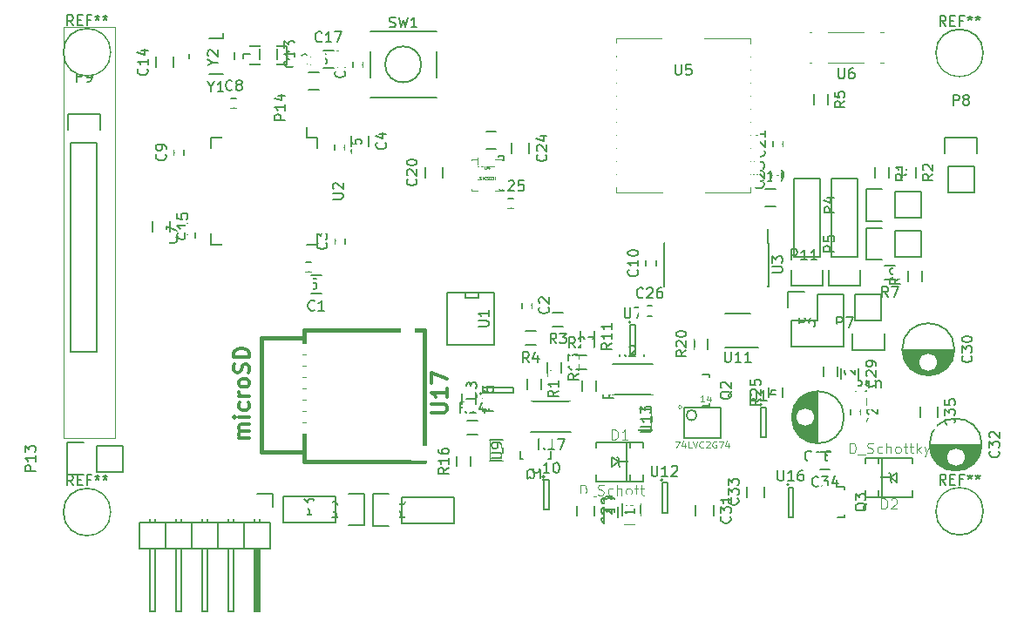
<source format=gto>
G04 #@! TF.FileFunction,Legend,Top*
%FSLAX46Y46*%
G04 Gerber Fmt 4.6, Leading zero omitted, Abs format (unit mm)*
G04 Created by KiCad (PCBNEW 4.0.2-stable) date 08/11/2016 15:47:43*
%MOMM*%
G01*
G04 APERTURE LIST*
%ADD10C,0.100000*%
%ADD11C,0.150000*%
%ADD12C,0.200000*%
%ADD13C,0.050000*%
%ADD14C,0.127000*%
%ADD15C,0.381000*%
%ADD16C,0.097500*%
%ADD17C,0.119380*%
%ADD18C,0.066040*%
%ADD19C,0.304800*%
%ADD20R,1.400000X1.400000*%
%ADD21C,1.400000*%
%ADD22R,2.127200X2.432000*%
%ADD23O,2.127200X2.432000*%
%ADD24O,1.700000X0.750000*%
%ADD25R,1.700000X1.700000*%
%ADD26C,1.700000*%
%ADD27C,4.464000*%
%ADD28R,4.050000X2.300000*%
%ADD29R,1.900000X1.200000*%
%ADD30R,2.432000X2.127200*%
%ADD31O,2.432000X2.127200*%
%ADD32R,1.400000X1.650000*%
%ADD33R,0.900000X1.000000*%
%ADD34R,1.650000X1.400000*%
%ADD35R,1.000000X0.900000*%
%ADD36R,2.000200X2.599640*%
%ADD37R,2.432000X2.432000*%
%ADD38O,2.432000X2.432000*%
%ADD39R,2.127200X2.127200*%
%ADD40O,2.127200X2.127200*%
%ADD41R,1.200100X1.200100*%
%ADD42R,1.300000X0.900000*%
%ADD43R,0.900000X1.300000*%
%ADD44R,1.700000X1.100000*%
%ADD45R,1.950000X1.700000*%
%ADD46R,1.543000X0.908000*%
%ADD47R,1.000000X1.900000*%
%ADD48R,1.250000X0.650000*%
%ADD49R,0.650000X1.250000*%
%ADD50R,1.600000X3.900000*%
%ADD51R,1.460000X1.050000*%
%ADD52R,1.050000X1.460000*%
%ADD53R,1.050000X0.700000*%
%ADD54R,1.175000X1.640000*%
%ADD55R,0.908000X0.704800*%
%ADD56R,2.400000X1.700000*%
%ADD57C,1.400760*%
%ADD58R,0.650000X1.400000*%
%ADD59R,1.400000X0.650000*%
%ADD60R,1.400000X2.900000*%
G04 APERTURE END LIST*
D10*
D11*
X58039000Y-141795500D02*
X63119000Y-141795500D01*
X63119000Y-141795500D02*
X63119000Y-139255500D01*
X63119000Y-139255500D02*
X58039000Y-139255500D01*
X55219000Y-138975500D02*
X56769000Y-138975500D01*
X58039000Y-139255500D02*
X58039000Y-141795500D01*
X56769000Y-142075500D02*
X55219000Y-142075500D01*
X55219000Y-142075500D02*
X55219000Y-138975500D01*
D12*
X85417250Y-130548250D02*
X89017250Y-130548250D01*
X89017250Y-130548250D02*
X89017250Y-133548250D01*
X89017250Y-133548250D02*
X85417250Y-133548250D01*
X85417250Y-133548250D02*
X85417250Y-130548250D01*
X86667250Y-131298250D02*
G75*
G03X86667250Y-131298250I-500000J0D01*
G01*
D11*
X98370000Y-134007500D02*
X98370000Y-129009500D01*
X98230000Y-133999500D02*
X98230000Y-129017500D01*
X98090000Y-133983500D02*
X98090000Y-131603500D01*
X98090000Y-131413500D02*
X98090000Y-129033500D01*
X97950000Y-133959500D02*
X97950000Y-131998500D01*
X97950000Y-131018500D02*
X97950000Y-129057500D01*
X97810000Y-133926500D02*
X97810000Y-132165500D01*
X97810000Y-130851500D02*
X97810000Y-129090500D01*
X97670000Y-133885500D02*
X97670000Y-132272500D01*
X97670000Y-130744500D02*
X97670000Y-129131500D01*
X97530000Y-133835500D02*
X97530000Y-132343500D01*
X97530000Y-130673500D02*
X97530000Y-129181500D01*
X97390000Y-133774500D02*
X97390000Y-132387500D01*
X97390000Y-130629500D02*
X97390000Y-129242500D01*
X97250000Y-133704500D02*
X97250000Y-132406500D01*
X97250000Y-130610500D02*
X97250000Y-129312500D01*
X97110000Y-133622500D02*
X97110000Y-132404500D01*
X97110000Y-130612500D02*
X97110000Y-129394500D01*
X96970000Y-133527500D02*
X96970000Y-132379500D01*
X96970000Y-130637500D02*
X96970000Y-129489500D01*
X96830000Y-133416500D02*
X96830000Y-132331500D01*
X96830000Y-130685500D02*
X96830000Y-129600500D01*
X96690000Y-133288500D02*
X96690000Y-132253500D01*
X96690000Y-130763500D02*
X96690000Y-129728500D01*
X96550000Y-133139500D02*
X96550000Y-132136500D01*
X96550000Y-130880500D02*
X96550000Y-129877500D01*
X96410000Y-132960500D02*
X96410000Y-131948500D01*
X96410000Y-131068500D02*
X96410000Y-130056500D01*
X96270000Y-132741500D02*
X96270000Y-130275500D01*
X96130000Y-132452500D02*
X96130000Y-130564500D01*
X95990000Y-131980500D02*
X95990000Y-131036500D01*
X98095000Y-131508500D02*
G75*
G03X98095000Y-131508500I-900000J0D01*
G01*
X100982500Y-131508500D02*
G75*
G03X100982500Y-131508500I-2537500J0D01*
G01*
X114490500Y-140652500D02*
G75*
G03X114490500Y-140652500I-2286000J0D01*
G01*
X114490500Y-96075500D02*
G75*
G03X114490500Y-96075500I-2286000J0D01*
G01*
X29718000Y-96012000D02*
G75*
G03X29718000Y-96012000I-2286000J0D01*
G01*
D13*
X78856700Y-94665800D02*
X78856700Y-109665800D01*
X78856700Y-109665800D02*
X91856700Y-109665800D01*
X91856700Y-109665800D02*
X91856700Y-94665800D01*
X85356700Y-94665800D02*
X78856700Y-94665800D01*
X91856700Y-94665800D02*
X85356700Y-94665800D01*
X25146000Y-133538000D02*
X30146000Y-133538000D01*
X25146000Y-93538000D02*
X30146000Y-93538000D01*
X30146000Y-133538000D02*
X30146000Y-93538000D01*
X25146000Y-93538000D02*
X25146000Y-133538000D01*
D11*
X28416000Y-104808000D02*
X28416000Y-125128000D01*
X28416000Y-125128000D02*
X25876000Y-125128000D01*
X25876000Y-125128000D02*
X25876000Y-104808000D01*
X28696000Y-101988000D02*
X28696000Y-103538000D01*
X28416000Y-104808000D02*
X25876000Y-104808000D01*
X25596000Y-103538000D02*
X25596000Y-101988000D01*
X25596000Y-101988000D02*
X28696000Y-101988000D01*
X49195100Y-119429900D02*
X50195100Y-119429900D01*
X50195100Y-117729900D02*
X49195100Y-117729900D01*
X70660280Y-120869520D02*
X70660280Y-120369520D01*
X69710280Y-120369520D02*
X69710280Y-120869520D01*
X51544200Y-114100800D02*
X51544200Y-114600800D01*
X52494200Y-114600800D02*
X52494200Y-114100800D01*
X54812300Y-105135300D02*
X54812300Y-104135300D01*
X53112300Y-104135300D02*
X53112300Y-105135300D01*
X48721200Y-117365800D02*
X49221200Y-117365800D01*
X49221200Y-116415800D02*
X48721200Y-116415800D01*
X52443400Y-105507600D02*
X52443400Y-105007600D01*
X51493400Y-105007600D02*
X51493400Y-105507600D01*
X36964600Y-113542000D02*
X36964600Y-114042000D01*
X37914600Y-114042000D02*
X37914600Y-113542000D01*
X41956800Y-100515400D02*
X41456800Y-100515400D01*
X41456800Y-101465400D02*
X41956800Y-101465400D01*
X35897800Y-105515600D02*
X35897800Y-106015600D01*
X36847800Y-106015600D02*
X36847800Y-105515600D01*
X81757500Y-116272500D02*
X81757500Y-116772500D01*
X82707500Y-116772500D02*
X82707500Y-116272500D01*
X53296800Y-96955800D02*
X53296800Y-97455800D01*
X54246800Y-97455800D02*
X54246800Y-96955800D01*
X45909600Y-96715200D02*
X45909600Y-95715200D01*
X44209600Y-95715200D02*
X44209600Y-96715200D01*
X34151200Y-96477200D02*
X34151200Y-97477200D01*
X35851200Y-97477200D02*
X35851200Y-96477200D01*
X35495600Y-113428400D02*
X35495600Y-112428400D01*
X33795600Y-112428400D02*
X33795600Y-113428400D01*
X49941100Y-97981400D02*
X48941100Y-97981400D01*
X48941100Y-99681400D02*
X49941100Y-99681400D01*
X51388900Y-95822400D02*
X50388900Y-95822400D01*
X50388900Y-97522400D02*
X51388900Y-97522400D01*
X60287800Y-107208700D02*
X60287800Y-108208700D01*
X61987800Y-108208700D02*
X61987800Y-107208700D01*
X94076500Y-104664700D02*
X94076500Y-105164700D01*
X95026500Y-105164700D02*
X95026500Y-104664700D01*
X66200400Y-105383700D02*
X67200400Y-105383700D01*
X67200400Y-103683700D02*
X66200400Y-103683700D01*
X93987600Y-107725400D02*
X93987600Y-108225400D01*
X94937600Y-108225400D02*
X94937600Y-107725400D01*
X70407900Y-105833800D02*
X70407900Y-104833800D01*
X68707900Y-104833800D02*
X68707900Y-105833800D01*
X68880800Y-110256300D02*
X68380800Y-110256300D01*
X68380800Y-111206300D02*
X68880800Y-111206300D01*
X82355500Y-120683000D02*
X81855500Y-120683000D01*
X81855500Y-121633000D02*
X82355500Y-121633000D01*
X102583000Y-131212400D02*
X102583000Y-130712400D01*
X101633000Y-130712400D02*
X101633000Y-131212400D01*
X76732500Y-141089000D02*
X76732500Y-140089000D01*
X75032500Y-140089000D02*
X75032500Y-141089000D01*
X102399200Y-127754000D02*
X102399200Y-126754000D01*
X100699200Y-126754000D02*
X100699200Y-127754000D01*
X111668200Y-124972200D02*
X106670200Y-124972200D01*
X111660200Y-125112200D02*
X106678200Y-125112200D01*
X111644200Y-125252200D02*
X109264200Y-125252200D01*
X109074200Y-125252200D02*
X106694200Y-125252200D01*
X111620200Y-125392200D02*
X109659200Y-125392200D01*
X108679200Y-125392200D02*
X106718200Y-125392200D01*
X111587200Y-125532200D02*
X109826200Y-125532200D01*
X108512200Y-125532200D02*
X106751200Y-125532200D01*
X111546200Y-125672200D02*
X109933200Y-125672200D01*
X108405200Y-125672200D02*
X106792200Y-125672200D01*
X111496200Y-125812200D02*
X110004200Y-125812200D01*
X108334200Y-125812200D02*
X106842200Y-125812200D01*
X111435200Y-125952200D02*
X110048200Y-125952200D01*
X108290200Y-125952200D02*
X106903200Y-125952200D01*
X111365200Y-126092200D02*
X110067200Y-126092200D01*
X108271200Y-126092200D02*
X106973200Y-126092200D01*
X111283200Y-126232200D02*
X110065200Y-126232200D01*
X108273200Y-126232200D02*
X107055200Y-126232200D01*
X111188200Y-126372200D02*
X110040200Y-126372200D01*
X108298200Y-126372200D02*
X107150200Y-126372200D01*
X111077200Y-126512200D02*
X109992200Y-126512200D01*
X108346200Y-126512200D02*
X107261200Y-126512200D01*
X110949200Y-126652200D02*
X109914200Y-126652200D01*
X108424200Y-126652200D02*
X107389200Y-126652200D01*
X110800200Y-126792200D02*
X109797200Y-126792200D01*
X108541200Y-126792200D02*
X107538200Y-126792200D01*
X110621200Y-126932200D02*
X109609200Y-126932200D01*
X108729200Y-126932200D02*
X107717200Y-126932200D01*
X110402200Y-127072200D02*
X107936200Y-127072200D01*
X110113200Y-127212200D02*
X108225200Y-127212200D01*
X109641200Y-127352200D02*
X108697200Y-127352200D01*
X110069200Y-126147200D02*
G75*
G03X110069200Y-126147200I-900000J0D01*
G01*
X111706700Y-124897200D02*
G75*
G03X111706700Y-124897200I-2537500J0D01*
G01*
X88289500Y-141025500D02*
X88289500Y-140025500D01*
X86589500Y-140025500D02*
X86589500Y-141025500D01*
X114322500Y-134230500D02*
X109324500Y-134230500D01*
X114314500Y-134370500D02*
X109332500Y-134370500D01*
X114298500Y-134510500D02*
X111918500Y-134510500D01*
X111728500Y-134510500D02*
X109348500Y-134510500D01*
X114274500Y-134650500D02*
X112313500Y-134650500D01*
X111333500Y-134650500D02*
X109372500Y-134650500D01*
X114241500Y-134790500D02*
X112480500Y-134790500D01*
X111166500Y-134790500D02*
X109405500Y-134790500D01*
X114200500Y-134930500D02*
X112587500Y-134930500D01*
X111059500Y-134930500D02*
X109446500Y-134930500D01*
X114150500Y-135070500D02*
X112658500Y-135070500D01*
X110988500Y-135070500D02*
X109496500Y-135070500D01*
X114089500Y-135210500D02*
X112702500Y-135210500D01*
X110944500Y-135210500D02*
X109557500Y-135210500D01*
X114019500Y-135350500D02*
X112721500Y-135350500D01*
X110925500Y-135350500D02*
X109627500Y-135350500D01*
X113937500Y-135490500D02*
X112719500Y-135490500D01*
X110927500Y-135490500D02*
X109709500Y-135490500D01*
X113842500Y-135630500D02*
X112694500Y-135630500D01*
X110952500Y-135630500D02*
X109804500Y-135630500D01*
X113731500Y-135770500D02*
X112646500Y-135770500D01*
X111000500Y-135770500D02*
X109915500Y-135770500D01*
X113603500Y-135910500D02*
X112568500Y-135910500D01*
X111078500Y-135910500D02*
X110043500Y-135910500D01*
X113454500Y-136050500D02*
X112451500Y-136050500D01*
X111195500Y-136050500D02*
X110192500Y-136050500D01*
X113275500Y-136190500D02*
X112263500Y-136190500D01*
X111383500Y-136190500D02*
X110371500Y-136190500D01*
X113056500Y-136330500D02*
X110590500Y-136330500D01*
X112767500Y-136470500D02*
X110879500Y-136470500D01*
X112295500Y-136610500D02*
X111351500Y-136610500D01*
X112723500Y-135405500D02*
G75*
G03X112723500Y-135405500I-900000J0D01*
G01*
X114361000Y-134155500D02*
G75*
G03X114361000Y-134155500I-2537500J0D01*
G01*
X91542500Y-138247500D02*
X91542500Y-139247500D01*
X93242500Y-139247500D02*
X93242500Y-138247500D01*
X98623500Y-136549500D02*
X99623500Y-136549500D01*
X99623500Y-134849500D02*
X98623500Y-134849500D01*
X110070000Y-131513200D02*
X110070000Y-130513200D01*
X108370000Y-130513200D02*
X108370000Y-131513200D01*
D14*
X78422500Y-135826500D02*
X78219300Y-135826500D01*
X76898500Y-133921500D02*
X81470500Y-133921500D01*
X81470500Y-133921500D02*
X81470500Y-134556500D01*
X79844900Y-137731500D02*
X79844900Y-133921500D01*
X80175100Y-137731500D02*
X80175100Y-133921500D01*
X76898500Y-137096500D02*
X76898500Y-137731500D01*
X76898500Y-137731500D02*
X81470500Y-137731500D01*
X81470500Y-137731500D02*
X81470500Y-137096500D01*
X76898500Y-134556500D02*
X76898500Y-133921500D01*
X79057500Y-135826500D02*
X78422500Y-135351520D01*
X78422500Y-135351520D02*
X78422500Y-135826500D01*
X78422500Y-135826500D02*
X78422500Y-136301480D01*
X78422500Y-136301480D02*
X79057500Y-135826500D01*
X79057500Y-135826500D02*
X79057500Y-135509000D01*
X79057500Y-135509000D02*
X78900020Y-135351520D01*
X79057500Y-135826500D02*
X79057500Y-136144000D01*
X79057500Y-136144000D02*
X79214980Y-136301480D01*
X79057500Y-135826500D02*
X80167480Y-135826500D01*
X106108500Y-137350500D02*
X106311700Y-137350500D01*
X107632500Y-139255500D02*
X103060500Y-139255500D01*
X103060500Y-139255500D02*
X103060500Y-138620500D01*
X104686100Y-135445500D02*
X104686100Y-139255500D01*
X104355900Y-135445500D02*
X104355900Y-139255500D01*
X107632500Y-136080500D02*
X107632500Y-135445500D01*
X107632500Y-135445500D02*
X103060500Y-135445500D01*
X103060500Y-135445500D02*
X103060500Y-136080500D01*
X107632500Y-138620500D02*
X107632500Y-139255500D01*
X105473500Y-137350500D02*
X106108500Y-137825480D01*
X106108500Y-137825480D02*
X106108500Y-137350500D01*
X106108500Y-137350500D02*
X106108500Y-136875520D01*
X106108500Y-136875520D02*
X105473500Y-137350500D01*
X105473500Y-137350500D02*
X105473500Y-137668000D01*
X105473500Y-137668000D02*
X105630980Y-137825480D01*
X105473500Y-137350500D02*
X105473500Y-137033000D01*
X105473500Y-137033000D02*
X105316020Y-136875520D01*
X105473500Y-137350500D02*
X104363520Y-137350500D01*
D11*
X51562000Y-139192000D02*
X46482000Y-139192000D01*
X46482000Y-139192000D02*
X46482000Y-141732000D01*
X46482000Y-141732000D02*
X51562000Y-141732000D01*
X54382000Y-142012000D02*
X52832000Y-142012000D01*
X51562000Y-141732000D02*
X51562000Y-139192000D01*
X52832000Y-138912000D02*
X54382000Y-138912000D01*
X54382000Y-138912000D02*
X54382000Y-142012000D01*
X45492000Y-138908000D02*
X43942000Y-138908000D01*
X45492000Y-140208000D02*
X45492000Y-138908000D01*
X44069000Y-144399000D02*
X44069000Y-150241000D01*
X44069000Y-150241000D02*
X43815000Y-150241000D01*
X43815000Y-150241000D02*
X43815000Y-144399000D01*
X43815000Y-144399000D02*
X43942000Y-144399000D01*
X43942000Y-144399000D02*
X43942000Y-150241000D01*
X44196000Y-141732000D02*
X44196000Y-141351000D01*
X43688000Y-141732000D02*
X43688000Y-141351000D01*
X41656000Y-141732000D02*
X41656000Y-141351000D01*
X41148000Y-141732000D02*
X41148000Y-141351000D01*
X39116000Y-141732000D02*
X39116000Y-141351000D01*
X38608000Y-141732000D02*
X38608000Y-141351000D01*
X36576000Y-141732000D02*
X36576000Y-141351000D01*
X36068000Y-141732000D02*
X36068000Y-141351000D01*
X33528000Y-141732000D02*
X33528000Y-141351000D01*
X34036000Y-141732000D02*
X34036000Y-141351000D01*
X42672000Y-144272000D02*
X45212000Y-144272000D01*
X43688000Y-150368000D02*
X43688000Y-144272000D01*
X44196000Y-150368000D02*
X43688000Y-150368000D01*
X44196000Y-144272000D02*
X44196000Y-150368000D01*
X42672000Y-141732000D02*
X42672000Y-144272000D01*
X45212000Y-141732000D02*
X42672000Y-141732000D01*
X45212000Y-141732000D02*
X45212000Y-144272000D01*
X40132000Y-141732000D02*
X40132000Y-144272000D01*
X40132000Y-141732000D02*
X37592000Y-141732000D01*
X37592000Y-141732000D02*
X37592000Y-144272000D01*
X39116000Y-144272000D02*
X39116000Y-150368000D01*
X39116000Y-150368000D02*
X38608000Y-150368000D01*
X38608000Y-150368000D02*
X38608000Y-144272000D01*
X37592000Y-144272000D02*
X40132000Y-144272000D01*
X40132000Y-144272000D02*
X42672000Y-144272000D01*
X41148000Y-150368000D02*
X41148000Y-144272000D01*
X41656000Y-150368000D02*
X41148000Y-150368000D01*
X41656000Y-144272000D02*
X41656000Y-150368000D01*
X40132000Y-141732000D02*
X40132000Y-144272000D01*
X42672000Y-141732000D02*
X40132000Y-141732000D01*
X42672000Y-141732000D02*
X42672000Y-144272000D01*
X35052000Y-141732000D02*
X35052000Y-144272000D01*
X35052000Y-141732000D02*
X32512000Y-141732000D01*
X32512000Y-141732000D02*
X32512000Y-144272000D01*
X34036000Y-144272000D02*
X34036000Y-150368000D01*
X34036000Y-150368000D02*
X33528000Y-150368000D01*
X33528000Y-150368000D02*
X33528000Y-144272000D01*
X32512000Y-144272000D02*
X35052000Y-144272000D01*
X35052000Y-144272000D02*
X37592000Y-144272000D01*
X36068000Y-150368000D02*
X36068000Y-144272000D01*
X36576000Y-150368000D02*
X36068000Y-150368000D01*
X36576000Y-144272000D02*
X36576000Y-150368000D01*
X35052000Y-141732000D02*
X35052000Y-144272000D01*
X37592000Y-141732000D02*
X35052000Y-141732000D01*
X37592000Y-141732000D02*
X37592000Y-144272000D01*
X105943400Y-113372900D02*
X108483400Y-113372900D01*
X103123400Y-113092900D02*
X104673400Y-113092900D01*
X105943400Y-113372900D02*
X105943400Y-115912900D01*
X104673400Y-116192900D02*
X103123400Y-116192900D01*
X103123400Y-116192900D02*
X103123400Y-113092900D01*
X105943400Y-115912900D02*
X108483400Y-115912900D01*
X108483400Y-115912900D02*
X108483400Y-113372900D01*
X102285800Y-115912900D02*
X102285800Y-108292900D01*
X99745800Y-115912900D02*
X99745800Y-108292900D01*
X99465800Y-118732900D02*
X99465800Y-117182900D01*
X102285800Y-108292900D02*
X99745800Y-108292900D01*
X99745800Y-115912900D02*
X102285800Y-115912900D01*
X102565800Y-117182900D02*
X102565800Y-118732900D01*
X102565800Y-118732900D02*
X99465800Y-118732900D01*
X113614200Y-107099100D02*
X113614200Y-109639100D01*
X113894200Y-104279100D02*
X113894200Y-105829100D01*
X113614200Y-107099100D02*
X111074200Y-107099100D01*
X110794200Y-105829100D02*
X110794200Y-104279100D01*
X110794200Y-104279100D02*
X113894200Y-104279100D01*
X111074200Y-107099100D02*
X111074200Y-109639100D01*
X111074200Y-109639100D02*
X113614200Y-109639100D01*
X95541500Y-120840500D02*
X95541500Y-119290500D01*
X97091500Y-119290500D02*
X95541500Y-119290500D01*
X95821500Y-122110500D02*
X98361500Y-122110500D01*
X98361500Y-122110500D02*
X98361500Y-119570500D01*
X98361500Y-119570500D02*
X100901500Y-119570500D01*
X100901500Y-119570500D02*
X100901500Y-124650500D01*
X100901500Y-124650500D02*
X95821500Y-124650500D01*
X95821500Y-124650500D02*
X95821500Y-122110500D01*
X69693840Y-135524240D02*
X69742100Y-135524240D01*
X72492820Y-134823200D02*
X72492820Y-135524240D01*
X72492820Y-135524240D02*
X72243900Y-135524240D01*
X69693840Y-135524240D02*
X69493180Y-135524240D01*
X69493180Y-135524240D02*
X69493180Y-134823200D01*
X87924640Y-130178760D02*
X87924640Y-130130500D01*
X87223600Y-127379780D02*
X87924640Y-127379780D01*
X87924640Y-127379780D02*
X87924640Y-127628700D01*
X87924640Y-130178760D02*
X87924640Y-130379420D01*
X87924640Y-130379420D02*
X87223600Y-130379420D01*
X101043740Y-141062660D02*
X101043740Y-141014400D01*
X100342700Y-138263680D02*
X101043740Y-138263680D01*
X101043740Y-138263680D02*
X101043740Y-138512600D01*
X101043740Y-141062660D02*
X101043740Y-141263320D01*
X101043740Y-141263320D02*
X100342700Y-141263320D01*
X103973000Y-108196000D02*
X103973000Y-107196000D01*
X105323000Y-107196000D02*
X105323000Y-108196000D01*
X106576500Y-108196000D02*
X106576500Y-107196000D01*
X107926500Y-107196000D02*
X107926500Y-108196000D01*
X72697720Y-121300880D02*
X73697720Y-121300880D01*
X73697720Y-122650880D02*
X72697720Y-122650880D01*
X70035800Y-123144920D02*
X71035800Y-123144920D01*
X71035800Y-124494920D02*
X70035800Y-124494920D01*
X104940480Y-116779680D02*
X105940480Y-116779680D01*
X105940480Y-118129680D02*
X104940480Y-118129680D01*
X108561500Y-117292500D02*
X108561500Y-118292500D01*
X107211500Y-118292500D02*
X107211500Y-117292500D01*
X75372600Y-124147200D02*
X75372600Y-123147200D01*
X76722600Y-123147200D02*
X76722600Y-124147200D01*
X70191000Y-128770000D02*
X70191000Y-127770000D01*
X71541000Y-127770000D02*
X71541000Y-128770000D01*
X65397000Y-133199500D02*
X64397000Y-133199500D01*
X64397000Y-131849500D02*
X65397000Y-131849500D01*
X63891800Y-130192400D02*
X63891800Y-129192400D01*
X65241800Y-129192400D02*
X65241800Y-130192400D01*
X64683000Y-135263000D02*
X64683000Y-136263000D01*
X63333000Y-136263000D02*
X63333000Y-135263000D01*
X77620500Y-141216000D02*
X77620500Y-140216000D01*
X78970500Y-140216000D02*
X78970500Y-141216000D01*
X81202500Y-139862000D02*
X81202500Y-141062000D01*
X79452500Y-141062000D02*
X79452500Y-139862000D01*
X87771600Y-123871100D02*
X87771600Y-124871100D01*
X86421600Y-124871100D02*
X86421600Y-123871100D01*
X98994600Y-127550800D02*
X98994600Y-126550800D01*
X100344600Y-126550800D02*
X100344600Y-127550800D01*
X75575800Y-128922400D02*
X75575800Y-127922400D01*
X76925800Y-127922400D02*
X76925800Y-128922400D01*
X75988800Y-126862200D02*
X74988800Y-126862200D01*
X74988800Y-125512200D02*
X75988800Y-125512200D01*
X95010600Y-128582800D02*
X95010600Y-129582800D01*
X93660600Y-129582800D02*
X93660600Y-128582800D01*
X59904014Y-97193100D02*
G75*
G03X59904014Y-97193100I-1750714J0D01*
G01*
X61378300Y-93968100D02*
X61378300Y-93993100D01*
X61378300Y-100418100D02*
X61378300Y-100393100D01*
X54928300Y-100418100D02*
X54928300Y-100393100D01*
X54928300Y-93993100D02*
X54928300Y-93968100D01*
X61378300Y-95893100D02*
X61378300Y-98493100D01*
X54928300Y-93968100D02*
X61378300Y-93968100D01*
X54928300Y-95893100D02*
X54928300Y-98493100D01*
X54928300Y-100418100D02*
X61378300Y-100418100D01*
X67005200Y-119380000D02*
X67005200Y-124460000D01*
X67005200Y-124460000D02*
X62433200Y-124460000D01*
X62433200Y-124460000D02*
X62433200Y-119380000D01*
X62433200Y-119380000D02*
X67005200Y-119380000D01*
X65481200Y-119380000D02*
X65481200Y-119888000D01*
X65481200Y-119888000D02*
X64211200Y-119888000D01*
X64211200Y-119888000D02*
X64211200Y-119380000D01*
X93619400Y-114599900D02*
X93594400Y-114599900D01*
X93619400Y-118749900D02*
X93514400Y-118749900D01*
X83469400Y-118749900D02*
X83574400Y-118749900D01*
X83469400Y-114599900D02*
X83574400Y-114599900D01*
X93619400Y-114599900D02*
X93619400Y-118749900D01*
X83469400Y-114599900D02*
X83469400Y-118749900D01*
X93594400Y-114599900D02*
X93594400Y-113224900D01*
D13*
X65610021Y-107062700D02*
G75*
G03X65610021Y-107062700I-141421J0D01*
G01*
X64768600Y-106462700D02*
X67768600Y-106462700D01*
X67768600Y-106462700D02*
X67768600Y-109462700D01*
X67768600Y-109462700D02*
X64768600Y-109462700D01*
X64768600Y-109462700D02*
X64768600Y-106462700D01*
X96193600Y-94029400D02*
X96193600Y-97029400D01*
X96193600Y-97029400D02*
X106193600Y-97029400D01*
X106193600Y-97029400D02*
X106193600Y-94029400D01*
X106193600Y-94029400D02*
X96193600Y-94029400D01*
D11*
X80267200Y-122252000D02*
G75*
G03X80267200Y-122252000I-100000J0D01*
G01*
X80717200Y-122502000D02*
X80217200Y-122502000D01*
X80717200Y-125402000D02*
X80717200Y-122502000D01*
X80217200Y-125402000D02*
X80717200Y-125402000D01*
X80217200Y-122502000D02*
X80217200Y-125402000D01*
X65773500Y-129205000D02*
G75*
G03X65773500Y-129205000I-100000J0D01*
G01*
X65923500Y-128655000D02*
X65923500Y-129155000D01*
X68823500Y-128655000D02*
X65923500Y-128655000D01*
X68823500Y-129155000D02*
X68823500Y-128655000D01*
X65923500Y-129155000D02*
X68823500Y-129155000D01*
X71872500Y-137301500D02*
G75*
G03X71872500Y-137301500I-100000J0D01*
G01*
X72322500Y-137551500D02*
X71822500Y-137551500D01*
X72322500Y-140451500D02*
X72322500Y-137551500D01*
X71822500Y-140451500D02*
X72322500Y-140451500D01*
X71822500Y-137551500D02*
X71822500Y-140451500D01*
X91877600Y-121451100D02*
X89427600Y-121451100D01*
X92602600Y-124751100D02*
X89427600Y-124751100D01*
X83366000Y-137619000D02*
G75*
G03X83366000Y-137619000I-100000J0D01*
G01*
X83816000Y-137869000D02*
X83316000Y-137869000D01*
X83816000Y-140769000D02*
X83816000Y-137869000D01*
X83316000Y-140769000D02*
X83816000Y-140769000D01*
X83316000Y-137869000D02*
X83316000Y-140769000D01*
X82327750Y-132746750D02*
X82327750Y-130714750D01*
X82327750Y-130714750D02*
X81057750Y-130714750D01*
X81057750Y-130714750D02*
X81057750Y-132746750D01*
X81057750Y-132746750D02*
X82327750Y-132746750D01*
X92986250Y-130284750D02*
G75*
G03X92986250Y-130284750I-100000J0D01*
G01*
X93436250Y-130534750D02*
X92936250Y-130534750D01*
X93436250Y-133434750D02*
X93436250Y-130534750D01*
X92936250Y-133434750D02*
X93436250Y-133434750D01*
X92936250Y-130534750D02*
X92936250Y-133434750D01*
X95621500Y-138063500D02*
G75*
G03X95621500Y-138063500I-100000J0D01*
G01*
X96071500Y-138313500D02*
X95571500Y-138313500D01*
X96071500Y-141213500D02*
X96071500Y-138313500D01*
X95571500Y-141213500D02*
X96071500Y-141213500D01*
X95571500Y-138313500D02*
X95571500Y-141213500D01*
X42579600Y-96193000D02*
X43279600Y-96193000D01*
X40679600Y-94693000D02*
X40679600Y-94193000D01*
X39277520Y-94693000D02*
X40679600Y-94693000D01*
X40680640Y-98093000D02*
X39278560Y-98093000D01*
X37379600Y-96193000D02*
X37379600Y-96593000D01*
X42579600Y-96193000D02*
X42579600Y-96593000D01*
X46832520Y-96616520D02*
X47132240Y-96715580D01*
X46832520Y-96017080D02*
X47132240Y-95918020D01*
X46832520Y-95417640D02*
X41783000Y-95417640D01*
X41783000Y-95417640D02*
X41783000Y-97215960D01*
X41783000Y-97215960D02*
X46832520Y-97215960D01*
X46832520Y-95417640D02*
X46832520Y-97215960D01*
X49828200Y-104349800D02*
X48828200Y-104349800D01*
X49828200Y-114699800D02*
X48753200Y-114699800D01*
X39478200Y-114699800D02*
X40553200Y-114699800D01*
X39478200Y-104349800D02*
X40553200Y-104349800D01*
X49828200Y-104349800D02*
X49828200Y-105424800D01*
X39478200Y-104349800D02*
X39478200Y-105424800D01*
X39478200Y-114699800D02*
X39478200Y-113624800D01*
X49828200Y-114699800D02*
X49828200Y-113624800D01*
X48828200Y-104349800D02*
X48828200Y-103324800D01*
X98029400Y-101109400D02*
X98029400Y-100109400D01*
X99379400Y-100109400D02*
X99379400Y-101109400D01*
X29718000Y-140716000D02*
G75*
G03X29718000Y-140716000I-2286000J0D01*
G01*
X67818000Y-135763000D02*
X67818000Y-133731000D01*
X67818000Y-133731000D02*
X66548000Y-133731000D01*
X66548000Y-133731000D02*
X66548000Y-135763000D01*
X66548000Y-135763000D02*
X67818000Y-135763000D01*
X70567000Y-129970000D02*
X74467000Y-129970000D01*
X74467000Y-132920000D02*
X70567000Y-132920000D01*
X82366400Y-129287800D02*
X78466400Y-129287800D01*
X78466400Y-126337800D02*
X82366400Y-126337800D01*
X102082600Y-122128280D02*
X102082600Y-119588280D01*
X101802600Y-124948280D02*
X101802600Y-123398280D01*
X102082600Y-122128280D02*
X104622600Y-122128280D01*
X104902600Y-123398280D02*
X104902600Y-124948280D01*
X104902600Y-124948280D02*
X101802600Y-124948280D01*
X104622600Y-122128280D02*
X104622600Y-119588280D01*
X104622600Y-119588280D02*
X102082600Y-119588280D01*
X72172200Y-127144400D02*
X72172200Y-126144400D01*
X73522200Y-126144400D02*
X73522200Y-127144400D01*
X28346400Y-134264400D02*
X30886400Y-134264400D01*
X25526400Y-133984400D02*
X27076400Y-133984400D01*
X28346400Y-134264400D02*
X28346400Y-136804400D01*
X27076400Y-137084400D02*
X25526400Y-137084400D01*
X25526400Y-137084400D02*
X25526400Y-133984400D01*
X28346400Y-136804400D02*
X30886400Y-136804400D01*
X30886400Y-136804400D02*
X30886400Y-134264400D01*
D15*
X48524160Y-123786900D02*
X44422060Y-123786900D01*
X44422060Y-123784360D02*
X44422060Y-134884160D01*
X44422060Y-134884160D02*
X48524160Y-134884160D01*
X48524160Y-122984260D02*
X60223400Y-122984260D01*
X60223400Y-122984260D02*
X60223400Y-135785860D01*
X60223400Y-135785860D02*
X48524160Y-135785860D01*
X48524160Y-135785860D02*
X48524160Y-122984260D01*
D11*
X105956100Y-109601000D02*
X108496100Y-109601000D01*
X103136100Y-109321000D02*
X104686100Y-109321000D01*
X105956100Y-109601000D02*
X105956100Y-112141000D01*
X104686100Y-112421000D02*
X103136100Y-112421000D01*
X103136100Y-112421000D02*
X103136100Y-109321000D01*
X105956100Y-112141000D02*
X108496100Y-112141000D01*
X108496100Y-112141000D02*
X108496100Y-109601000D01*
X98640900Y-115912900D02*
X98640900Y-108292900D01*
X96100900Y-115912900D02*
X96100900Y-108292900D01*
X95820900Y-118732900D02*
X95820900Y-117182900D01*
X98640900Y-108292900D02*
X96100900Y-108292900D01*
X96100900Y-115912900D02*
X98640900Y-115912900D01*
X98920900Y-117182900D02*
X98920900Y-118732900D01*
X98920900Y-118732900D02*
X95820900Y-118732900D01*
X94327600Y-109335200D02*
X93327600Y-109335200D01*
X93327600Y-111035200D02*
X94327600Y-111035200D01*
X46685781Y-102611086D02*
X45685781Y-102611086D01*
X45685781Y-102230133D01*
X45733400Y-102134895D01*
X45781019Y-102087276D01*
X45876257Y-102039657D01*
X46019114Y-102039657D01*
X46114352Y-102087276D01*
X46161971Y-102134895D01*
X46209590Y-102230133D01*
X46209590Y-102611086D01*
X46685781Y-101087276D02*
X46685781Y-101658705D01*
X46685781Y-101372991D02*
X45685781Y-101372991D01*
X45828638Y-101468229D01*
X45923876Y-101563467D01*
X45971495Y-101658705D01*
X46019114Y-100230133D02*
X46685781Y-100230133D01*
X45638162Y-100468229D02*
X46352448Y-100706324D01*
X46352448Y-100087276D01*
X52121381Y-141263595D02*
X51121381Y-141263595D01*
X51121381Y-140882642D01*
X51169000Y-140787404D01*
X51216619Y-140739785D01*
X51311857Y-140692166D01*
X51454714Y-140692166D01*
X51549952Y-140739785D01*
X51597571Y-140787404D01*
X51645190Y-140882642D01*
X51645190Y-141263595D01*
X51216619Y-140311214D02*
X51169000Y-140263595D01*
X51121381Y-140168357D01*
X51121381Y-139930261D01*
X51169000Y-139835023D01*
X51216619Y-139787404D01*
X51311857Y-139739785D01*
X51407095Y-139739785D01*
X51549952Y-139787404D01*
X52121381Y-140358833D01*
X52121381Y-139739785D01*
D16*
X86412488Y-129342298D02*
X86412488Y-129868488D01*
X86443440Y-129930393D01*
X86474393Y-129961345D01*
X86536297Y-129992298D01*
X86660107Y-129992298D01*
X86722012Y-129961345D01*
X86752964Y-129930393D01*
X86783916Y-129868488D01*
X86783916Y-129342298D01*
X87433916Y-129992298D02*
X87062488Y-129992298D01*
X87248202Y-129992298D02*
X87248202Y-129342298D01*
X87186297Y-129435155D01*
X87124392Y-129497060D01*
X87062488Y-129528012D01*
X87991059Y-129558964D02*
X87991059Y-129992298D01*
X87836297Y-129311345D02*
X87681536Y-129775631D01*
X88083916Y-129775631D01*
X84570821Y-133842298D02*
X85004154Y-133842298D01*
X84725583Y-134492298D01*
X85530345Y-134058964D02*
X85530345Y-134492298D01*
X85375583Y-133811345D02*
X85220822Y-134275631D01*
X85623202Y-134275631D01*
X86180346Y-134492298D02*
X85870822Y-134492298D01*
X85870822Y-133842298D01*
X86304155Y-133842298D02*
X86520821Y-134492298D01*
X86737488Y-133842298D01*
X87325583Y-134430393D02*
X87294631Y-134461345D01*
X87201774Y-134492298D01*
X87139869Y-134492298D01*
X87047012Y-134461345D01*
X86985107Y-134399440D01*
X86954155Y-134337536D01*
X86923203Y-134213726D01*
X86923203Y-134120869D01*
X86954155Y-133997060D01*
X86985107Y-133935155D01*
X87047012Y-133873250D01*
X87139869Y-133842298D01*
X87201774Y-133842298D01*
X87294631Y-133873250D01*
X87325583Y-133904202D01*
X87573203Y-133904202D02*
X87604155Y-133873250D01*
X87666060Y-133842298D01*
X87820822Y-133842298D01*
X87882726Y-133873250D01*
X87913679Y-133904202D01*
X87944631Y-133966107D01*
X87944631Y-134028012D01*
X87913679Y-134120869D01*
X87542250Y-134492298D01*
X87944631Y-134492298D01*
X88563679Y-133873250D02*
X88501774Y-133842298D01*
X88408917Y-133842298D01*
X88316060Y-133873250D01*
X88254155Y-133935155D01*
X88223203Y-133997060D01*
X88192251Y-134120869D01*
X88192251Y-134213726D01*
X88223203Y-134337536D01*
X88254155Y-134399440D01*
X88316060Y-134461345D01*
X88408917Y-134492298D01*
X88470822Y-134492298D01*
X88563679Y-134461345D01*
X88594631Y-134430393D01*
X88594631Y-134213726D01*
X88470822Y-134213726D01*
X88811298Y-133842298D02*
X89244631Y-133842298D01*
X88966060Y-134492298D01*
X89770822Y-134058964D02*
X89770822Y-134492298D01*
X89616060Y-133811345D02*
X89461299Y-134275631D01*
X89863679Y-134275631D01*
D10*
X84979155Y-130321940D02*
X85055345Y-130321940D01*
X85131536Y-130360036D01*
X85169631Y-130436226D01*
X85169631Y-130512417D01*
X85131536Y-130588607D01*
X85055345Y-130626702D01*
X84979155Y-130626702D01*
X84902964Y-130588607D01*
X84864869Y-130512417D01*
X84864869Y-130436226D01*
X84902964Y-130360036D01*
X84979155Y-130321940D01*
D11*
X97802143Y-135665643D02*
X97754524Y-135713262D01*
X97611667Y-135760881D01*
X97516429Y-135760881D01*
X97373571Y-135713262D01*
X97278333Y-135618024D01*
X97230714Y-135522786D01*
X97183095Y-135332310D01*
X97183095Y-135189452D01*
X97230714Y-134998976D01*
X97278333Y-134903738D01*
X97373571Y-134808500D01*
X97516429Y-134760881D01*
X97611667Y-134760881D01*
X97754524Y-134808500D01*
X97802143Y-134856119D01*
X98754524Y-135760881D02*
X98183095Y-135760881D01*
X98468809Y-135760881D02*
X98468809Y-134760881D01*
X98373571Y-134903738D01*
X98278333Y-134998976D01*
X98183095Y-135046595D01*
X99325952Y-135189452D02*
X99230714Y-135141833D01*
X99183095Y-135094214D01*
X99135476Y-134998976D01*
X99135476Y-134951357D01*
X99183095Y-134856119D01*
X99230714Y-134808500D01*
X99325952Y-134760881D01*
X99516429Y-134760881D01*
X99611667Y-134808500D01*
X99659286Y-134856119D01*
X99706905Y-134951357D01*
X99706905Y-134998976D01*
X99659286Y-135094214D01*
X99611667Y-135141833D01*
X99516429Y-135189452D01*
X99325952Y-135189452D01*
X99230714Y-135237071D01*
X99183095Y-135284690D01*
X99135476Y-135379929D01*
X99135476Y-135570405D01*
X99183095Y-135665643D01*
X99230714Y-135713262D01*
X99325952Y-135760881D01*
X99516429Y-135760881D01*
X99611667Y-135713262D01*
X99659286Y-135665643D01*
X99706905Y-135570405D01*
X99706905Y-135379929D01*
X99659286Y-135284690D01*
X99611667Y-135237071D01*
X99516429Y-135189452D01*
X110871167Y-138056881D02*
X110537833Y-137580690D01*
X110299738Y-138056881D02*
X110299738Y-137056881D01*
X110680691Y-137056881D01*
X110775929Y-137104500D01*
X110823548Y-137152119D01*
X110871167Y-137247357D01*
X110871167Y-137390214D01*
X110823548Y-137485452D01*
X110775929Y-137533071D01*
X110680691Y-137580690D01*
X110299738Y-137580690D01*
X111299738Y-137533071D02*
X111633072Y-137533071D01*
X111775929Y-138056881D02*
X111299738Y-138056881D01*
X111299738Y-137056881D01*
X111775929Y-137056881D01*
X112537834Y-137533071D02*
X112204500Y-137533071D01*
X112204500Y-138056881D02*
X112204500Y-137056881D01*
X112680691Y-137056881D01*
X113204500Y-137056881D02*
X113204500Y-137294976D01*
X112966405Y-137199738D02*
X113204500Y-137294976D01*
X113442596Y-137199738D01*
X113061643Y-137485452D02*
X113204500Y-137294976D01*
X113347358Y-137485452D01*
X113966405Y-137056881D02*
X113966405Y-137294976D01*
X113728310Y-137199738D02*
X113966405Y-137294976D01*
X114204501Y-137199738D01*
X113823548Y-137485452D02*
X113966405Y-137294976D01*
X114109263Y-137485452D01*
X110871167Y-93479881D02*
X110537833Y-93003690D01*
X110299738Y-93479881D02*
X110299738Y-92479881D01*
X110680691Y-92479881D01*
X110775929Y-92527500D01*
X110823548Y-92575119D01*
X110871167Y-92670357D01*
X110871167Y-92813214D01*
X110823548Y-92908452D01*
X110775929Y-92956071D01*
X110680691Y-93003690D01*
X110299738Y-93003690D01*
X111299738Y-92956071D02*
X111633072Y-92956071D01*
X111775929Y-93479881D02*
X111299738Y-93479881D01*
X111299738Y-92479881D01*
X111775929Y-92479881D01*
X112537834Y-92956071D02*
X112204500Y-92956071D01*
X112204500Y-93479881D02*
X112204500Y-92479881D01*
X112680691Y-92479881D01*
X113204500Y-92479881D02*
X113204500Y-92717976D01*
X112966405Y-92622738D02*
X113204500Y-92717976D01*
X113442596Y-92622738D01*
X113061643Y-92908452D02*
X113204500Y-92717976D01*
X113347358Y-92908452D01*
X113966405Y-92479881D02*
X113966405Y-92717976D01*
X113728310Y-92622738D02*
X113966405Y-92717976D01*
X114204501Y-92622738D01*
X113823548Y-92908452D02*
X113966405Y-92717976D01*
X114109263Y-92908452D01*
X26098667Y-93416381D02*
X25765333Y-92940190D01*
X25527238Y-93416381D02*
X25527238Y-92416381D01*
X25908191Y-92416381D01*
X26003429Y-92464000D01*
X26051048Y-92511619D01*
X26098667Y-92606857D01*
X26098667Y-92749714D01*
X26051048Y-92844952D01*
X26003429Y-92892571D01*
X25908191Y-92940190D01*
X25527238Y-92940190D01*
X26527238Y-92892571D02*
X26860572Y-92892571D01*
X27003429Y-93416381D02*
X26527238Y-93416381D01*
X26527238Y-92416381D01*
X27003429Y-92416381D01*
X27765334Y-92892571D02*
X27432000Y-92892571D01*
X27432000Y-93416381D02*
X27432000Y-92416381D01*
X27908191Y-92416381D01*
X28432000Y-92416381D02*
X28432000Y-92654476D01*
X28193905Y-92559238D02*
X28432000Y-92654476D01*
X28670096Y-92559238D01*
X28289143Y-92844952D02*
X28432000Y-92654476D01*
X28574858Y-92844952D01*
X29193905Y-92416381D02*
X29193905Y-92654476D01*
X28955810Y-92559238D02*
X29193905Y-92654476D01*
X29432001Y-92559238D01*
X29051048Y-92844952D02*
X29193905Y-92654476D01*
X29336763Y-92844952D01*
X84594795Y-97218181D02*
X84594795Y-98027705D01*
X84642414Y-98122943D01*
X84690033Y-98170562D01*
X84785271Y-98218181D01*
X84975748Y-98218181D01*
X85070986Y-98170562D01*
X85118605Y-98122943D01*
X85166224Y-98027705D01*
X85166224Y-97218181D01*
X86118605Y-97218181D02*
X85642414Y-97218181D01*
X85594795Y-97694371D01*
X85642414Y-97646752D01*
X85737652Y-97599133D01*
X85975748Y-97599133D01*
X86070986Y-97646752D01*
X86118605Y-97694371D01*
X86166224Y-97789610D01*
X86166224Y-98027705D01*
X86118605Y-98122943D01*
X86070986Y-98170562D01*
X85975748Y-98218181D01*
X85737652Y-98218181D01*
X85642414Y-98170562D01*
X85594795Y-98122943D01*
X26407905Y-98890381D02*
X26407905Y-97890381D01*
X26788858Y-97890381D01*
X26884096Y-97938000D01*
X26931715Y-97985619D01*
X26979334Y-98080857D01*
X26979334Y-98223714D01*
X26931715Y-98318952D01*
X26884096Y-98366571D01*
X26788858Y-98414190D01*
X26407905Y-98414190D01*
X27455524Y-98890381D02*
X27646000Y-98890381D01*
X27741239Y-98842762D01*
X27788858Y-98795143D01*
X27884096Y-98652286D01*
X27931715Y-98461810D01*
X27931715Y-98080857D01*
X27884096Y-97985619D01*
X27836477Y-97938000D01*
X27741239Y-97890381D01*
X27550762Y-97890381D01*
X27455524Y-97938000D01*
X27407905Y-97985619D01*
X27360286Y-98080857D01*
X27360286Y-98318952D01*
X27407905Y-98414190D01*
X27455524Y-98461810D01*
X27550762Y-98509429D01*
X27741239Y-98509429D01*
X27836477Y-98461810D01*
X27884096Y-98414190D01*
X27931715Y-98318952D01*
X49528434Y-121037043D02*
X49480815Y-121084662D01*
X49337958Y-121132281D01*
X49242720Y-121132281D01*
X49099862Y-121084662D01*
X49004624Y-120989424D01*
X48957005Y-120894186D01*
X48909386Y-120703710D01*
X48909386Y-120560852D01*
X48957005Y-120370376D01*
X49004624Y-120275138D01*
X49099862Y-120179900D01*
X49242720Y-120132281D01*
X49337958Y-120132281D01*
X49480815Y-120179900D01*
X49528434Y-120227519D01*
X50480815Y-121132281D02*
X49909386Y-121132281D01*
X50195100Y-121132281D02*
X50195100Y-120132281D01*
X50099862Y-120275138D01*
X50004624Y-120370376D01*
X49909386Y-120417995D01*
X72242423Y-120786186D02*
X72290042Y-120833805D01*
X72337661Y-120976662D01*
X72337661Y-121071900D01*
X72290042Y-121214758D01*
X72194804Y-121309996D01*
X72099566Y-121357615D01*
X71909090Y-121405234D01*
X71766232Y-121405234D01*
X71575756Y-121357615D01*
X71480518Y-121309996D01*
X71385280Y-121214758D01*
X71337661Y-121071900D01*
X71337661Y-120976662D01*
X71385280Y-120833805D01*
X71432899Y-120786186D01*
X71432899Y-120405234D02*
X71385280Y-120357615D01*
X71337661Y-120262377D01*
X71337661Y-120024281D01*
X71385280Y-119929043D01*
X71432899Y-119881424D01*
X71528137Y-119833805D01*
X71623375Y-119833805D01*
X71766232Y-119881424D01*
X72337661Y-120452853D01*
X72337661Y-119833805D01*
X50676343Y-114517466D02*
X50723962Y-114565085D01*
X50771581Y-114707942D01*
X50771581Y-114803180D01*
X50723962Y-114946038D01*
X50628724Y-115041276D01*
X50533486Y-115088895D01*
X50343010Y-115136514D01*
X50200152Y-115136514D01*
X50009676Y-115088895D01*
X49914438Y-115041276D01*
X49819200Y-114946038D01*
X49771581Y-114803180D01*
X49771581Y-114707942D01*
X49819200Y-114565085D01*
X49866819Y-114517466D01*
X49771581Y-114184133D02*
X49771581Y-113565085D01*
X50152533Y-113898419D01*
X50152533Y-113755561D01*
X50200152Y-113660323D01*
X50247771Y-113612704D01*
X50343010Y-113565085D01*
X50581105Y-113565085D01*
X50676343Y-113612704D01*
X50723962Y-113660323D01*
X50771581Y-113755561D01*
X50771581Y-114041276D01*
X50723962Y-114136514D01*
X50676343Y-114184133D01*
X56419443Y-104801966D02*
X56467062Y-104849585D01*
X56514681Y-104992442D01*
X56514681Y-105087680D01*
X56467062Y-105230538D01*
X56371824Y-105325776D01*
X56276586Y-105373395D01*
X56086110Y-105421014D01*
X55943252Y-105421014D01*
X55752776Y-105373395D01*
X55657538Y-105325776D01*
X55562300Y-105230538D01*
X55514681Y-105087680D01*
X55514681Y-104992442D01*
X55562300Y-104849585D01*
X55609919Y-104801966D01*
X55848014Y-103944823D02*
X56514681Y-103944823D01*
X55467062Y-104182919D02*
X56181348Y-104421014D01*
X56181348Y-103801966D01*
X48804534Y-118947943D02*
X48756915Y-118995562D01*
X48614058Y-119043181D01*
X48518820Y-119043181D01*
X48375962Y-118995562D01*
X48280724Y-118900324D01*
X48233105Y-118805086D01*
X48185486Y-118614610D01*
X48185486Y-118471752D01*
X48233105Y-118281276D01*
X48280724Y-118186038D01*
X48375962Y-118090800D01*
X48518820Y-118043181D01*
X48614058Y-118043181D01*
X48756915Y-118090800D01*
X48804534Y-118138419D01*
X49709296Y-118043181D02*
X49233105Y-118043181D01*
X49185486Y-118519371D01*
X49233105Y-118471752D01*
X49328343Y-118424133D01*
X49566439Y-118424133D01*
X49661677Y-118471752D01*
X49709296Y-118519371D01*
X49756915Y-118614610D01*
X49756915Y-118852705D01*
X49709296Y-118947943D01*
X49661677Y-118995562D01*
X49566439Y-119043181D01*
X49328343Y-119043181D01*
X49233105Y-118995562D01*
X49185486Y-118947943D01*
X54025543Y-105424266D02*
X54073162Y-105471885D01*
X54120781Y-105614742D01*
X54120781Y-105709980D01*
X54073162Y-105852838D01*
X53977924Y-105948076D01*
X53882686Y-105995695D01*
X53692210Y-106043314D01*
X53549352Y-106043314D01*
X53358876Y-105995695D01*
X53263638Y-105948076D01*
X53168400Y-105852838D01*
X53120781Y-105709980D01*
X53120781Y-105614742D01*
X53168400Y-105471885D01*
X53216019Y-105424266D01*
X53120781Y-104567123D02*
X53120781Y-104757600D01*
X53168400Y-104852838D01*
X53216019Y-104900457D01*
X53358876Y-104995695D01*
X53549352Y-105043314D01*
X53930305Y-105043314D01*
X54025543Y-104995695D01*
X54073162Y-104948076D01*
X54120781Y-104852838D01*
X54120781Y-104662361D01*
X54073162Y-104567123D01*
X54025543Y-104519504D01*
X53930305Y-104471885D01*
X53692210Y-104471885D01*
X53596971Y-104519504D01*
X53549352Y-104567123D01*
X53501733Y-104662361D01*
X53501733Y-104852838D01*
X53549352Y-104948076D01*
X53596971Y-104995695D01*
X53692210Y-105043314D01*
X36096743Y-113958666D02*
X36144362Y-114006285D01*
X36191981Y-114149142D01*
X36191981Y-114244380D01*
X36144362Y-114387238D01*
X36049124Y-114482476D01*
X35953886Y-114530095D01*
X35763410Y-114577714D01*
X35620552Y-114577714D01*
X35430076Y-114530095D01*
X35334838Y-114482476D01*
X35239600Y-114387238D01*
X35191981Y-114244380D01*
X35191981Y-114149142D01*
X35239600Y-114006285D01*
X35287219Y-113958666D01*
X35191981Y-113625333D02*
X35191981Y-112958666D01*
X36191981Y-113387238D01*
X41540134Y-99647543D02*
X41492515Y-99695162D01*
X41349658Y-99742781D01*
X41254420Y-99742781D01*
X41111562Y-99695162D01*
X41016324Y-99599924D01*
X40968705Y-99504686D01*
X40921086Y-99314210D01*
X40921086Y-99171352D01*
X40968705Y-98980876D01*
X41016324Y-98885638D01*
X41111562Y-98790400D01*
X41254420Y-98742781D01*
X41349658Y-98742781D01*
X41492515Y-98790400D01*
X41540134Y-98838019D01*
X42111562Y-99171352D02*
X42016324Y-99123733D01*
X41968705Y-99076114D01*
X41921086Y-98980876D01*
X41921086Y-98933257D01*
X41968705Y-98838019D01*
X42016324Y-98790400D01*
X42111562Y-98742781D01*
X42302039Y-98742781D01*
X42397277Y-98790400D01*
X42444896Y-98838019D01*
X42492515Y-98933257D01*
X42492515Y-98980876D01*
X42444896Y-99076114D01*
X42397277Y-99123733D01*
X42302039Y-99171352D01*
X42111562Y-99171352D01*
X42016324Y-99218971D01*
X41968705Y-99266590D01*
X41921086Y-99361829D01*
X41921086Y-99552305D01*
X41968705Y-99647543D01*
X42016324Y-99695162D01*
X42111562Y-99742781D01*
X42302039Y-99742781D01*
X42397277Y-99695162D01*
X42444896Y-99647543D01*
X42492515Y-99552305D01*
X42492515Y-99361829D01*
X42444896Y-99266590D01*
X42397277Y-99218971D01*
X42302039Y-99171352D01*
X35029943Y-105932266D02*
X35077562Y-105979885D01*
X35125181Y-106122742D01*
X35125181Y-106217980D01*
X35077562Y-106360838D01*
X34982324Y-106456076D01*
X34887086Y-106503695D01*
X34696610Y-106551314D01*
X34553752Y-106551314D01*
X34363276Y-106503695D01*
X34268038Y-106456076D01*
X34172800Y-106360838D01*
X34125181Y-106217980D01*
X34125181Y-106122742D01*
X34172800Y-105979885D01*
X34220419Y-105932266D01*
X35125181Y-105456076D02*
X35125181Y-105265600D01*
X35077562Y-105170361D01*
X35029943Y-105122742D01*
X34887086Y-105027504D01*
X34696610Y-104979885D01*
X34315657Y-104979885D01*
X34220419Y-105027504D01*
X34172800Y-105075123D01*
X34125181Y-105170361D01*
X34125181Y-105360838D01*
X34172800Y-105456076D01*
X34220419Y-105503695D01*
X34315657Y-105551314D01*
X34553752Y-105551314D01*
X34648990Y-105503695D01*
X34696610Y-105456076D01*
X34744229Y-105360838D01*
X34744229Y-105170361D01*
X34696610Y-105075123D01*
X34648990Y-105027504D01*
X34553752Y-104979885D01*
X80889643Y-117165357D02*
X80937262Y-117212976D01*
X80984881Y-117355833D01*
X80984881Y-117451071D01*
X80937262Y-117593929D01*
X80842024Y-117689167D01*
X80746786Y-117736786D01*
X80556310Y-117784405D01*
X80413452Y-117784405D01*
X80222976Y-117736786D01*
X80127738Y-117689167D01*
X80032500Y-117593929D01*
X79984881Y-117451071D01*
X79984881Y-117355833D01*
X80032500Y-117212976D01*
X80080119Y-117165357D01*
X80984881Y-116212976D02*
X80984881Y-116784405D01*
X80984881Y-116498691D02*
X79984881Y-116498691D01*
X80127738Y-116593929D01*
X80222976Y-116689167D01*
X80270595Y-116784405D01*
X79984881Y-115593929D02*
X79984881Y-115498690D01*
X80032500Y-115403452D01*
X80080119Y-115355833D01*
X80175357Y-115308214D01*
X80365833Y-115260595D01*
X80603929Y-115260595D01*
X80794405Y-115308214D01*
X80889643Y-115355833D01*
X80937262Y-115403452D01*
X80984881Y-115498690D01*
X80984881Y-115593929D01*
X80937262Y-115689167D01*
X80889643Y-115736786D01*
X80794405Y-115784405D01*
X80603929Y-115832024D01*
X80365833Y-115832024D01*
X80175357Y-115784405D01*
X80080119Y-115736786D01*
X80032500Y-115689167D01*
X79984881Y-115593929D01*
X52428943Y-97848657D02*
X52476562Y-97896276D01*
X52524181Y-98039133D01*
X52524181Y-98134371D01*
X52476562Y-98277229D01*
X52381324Y-98372467D01*
X52286086Y-98420086D01*
X52095610Y-98467705D01*
X51952752Y-98467705D01*
X51762276Y-98420086D01*
X51667038Y-98372467D01*
X51571800Y-98277229D01*
X51524181Y-98134371D01*
X51524181Y-98039133D01*
X51571800Y-97896276D01*
X51619419Y-97848657D01*
X52524181Y-96896276D02*
X52524181Y-97467705D01*
X52524181Y-97181991D02*
X51524181Y-97181991D01*
X51667038Y-97277229D01*
X51762276Y-97372467D01*
X51809895Y-97467705D01*
X51619419Y-96515324D02*
X51571800Y-96467705D01*
X51524181Y-96372467D01*
X51524181Y-96134371D01*
X51571800Y-96039133D01*
X51619419Y-95991514D01*
X51714657Y-95943895D01*
X51809895Y-95943895D01*
X51952752Y-95991514D01*
X52524181Y-96562943D01*
X52524181Y-95943895D01*
X47516743Y-96858057D02*
X47564362Y-96905676D01*
X47611981Y-97048533D01*
X47611981Y-97143771D01*
X47564362Y-97286629D01*
X47469124Y-97381867D01*
X47373886Y-97429486D01*
X47183410Y-97477105D01*
X47040552Y-97477105D01*
X46850076Y-97429486D01*
X46754838Y-97381867D01*
X46659600Y-97286629D01*
X46611981Y-97143771D01*
X46611981Y-97048533D01*
X46659600Y-96905676D01*
X46707219Y-96858057D01*
X47611981Y-95905676D02*
X47611981Y-96477105D01*
X47611981Y-96191391D02*
X46611981Y-96191391D01*
X46754838Y-96286629D01*
X46850076Y-96381867D01*
X46897695Y-96477105D01*
X46611981Y-95572343D02*
X46611981Y-94953295D01*
X46992933Y-95286629D01*
X46992933Y-95143771D01*
X47040552Y-95048533D01*
X47088171Y-95000914D01*
X47183410Y-94953295D01*
X47421505Y-94953295D01*
X47516743Y-95000914D01*
X47564362Y-95048533D01*
X47611981Y-95143771D01*
X47611981Y-95429486D01*
X47564362Y-95524724D01*
X47516743Y-95572343D01*
X33258343Y-97620057D02*
X33305962Y-97667676D01*
X33353581Y-97810533D01*
X33353581Y-97905771D01*
X33305962Y-98048629D01*
X33210724Y-98143867D01*
X33115486Y-98191486D01*
X32925010Y-98239105D01*
X32782152Y-98239105D01*
X32591676Y-98191486D01*
X32496438Y-98143867D01*
X32401200Y-98048629D01*
X32353581Y-97905771D01*
X32353581Y-97810533D01*
X32401200Y-97667676D01*
X32448819Y-97620057D01*
X33353581Y-96667676D02*
X33353581Y-97239105D01*
X33353581Y-96953391D02*
X32353581Y-96953391D01*
X32496438Y-97048629D01*
X32591676Y-97143867D01*
X32639295Y-97239105D01*
X32686914Y-95810533D02*
X33353581Y-95810533D01*
X32305962Y-96048629D02*
X33020248Y-96286724D01*
X33020248Y-95667676D01*
X37102743Y-113571257D02*
X37150362Y-113618876D01*
X37197981Y-113761733D01*
X37197981Y-113856971D01*
X37150362Y-113999829D01*
X37055124Y-114095067D01*
X36959886Y-114142686D01*
X36769410Y-114190305D01*
X36626552Y-114190305D01*
X36436076Y-114142686D01*
X36340838Y-114095067D01*
X36245600Y-113999829D01*
X36197981Y-113856971D01*
X36197981Y-113761733D01*
X36245600Y-113618876D01*
X36293219Y-113571257D01*
X37197981Y-112618876D02*
X37197981Y-113190305D01*
X37197981Y-112904591D02*
X36197981Y-112904591D01*
X36340838Y-112999829D01*
X36436076Y-113095067D01*
X36483695Y-113190305D01*
X36197981Y-111714114D02*
X36197981Y-112190305D01*
X36674171Y-112237924D01*
X36626552Y-112190305D01*
X36578933Y-112095067D01*
X36578933Y-111856971D01*
X36626552Y-111761733D01*
X36674171Y-111714114D01*
X36769410Y-111666495D01*
X37007505Y-111666495D01*
X37102743Y-111714114D01*
X37150362Y-111761733D01*
X37197981Y-111856971D01*
X37197981Y-112095067D01*
X37150362Y-112190305D01*
X37102743Y-112237924D01*
X48798243Y-97088543D02*
X48750624Y-97136162D01*
X48607767Y-97183781D01*
X48512529Y-97183781D01*
X48369671Y-97136162D01*
X48274433Y-97040924D01*
X48226814Y-96945686D01*
X48179195Y-96755210D01*
X48179195Y-96612352D01*
X48226814Y-96421876D01*
X48274433Y-96326638D01*
X48369671Y-96231400D01*
X48512529Y-96183781D01*
X48607767Y-96183781D01*
X48750624Y-96231400D01*
X48798243Y-96279019D01*
X49750624Y-97183781D02*
X49179195Y-97183781D01*
X49464909Y-97183781D02*
X49464909Y-96183781D01*
X49369671Y-96326638D01*
X49274433Y-96421876D01*
X49179195Y-96469495D01*
X50607767Y-96183781D02*
X50417290Y-96183781D01*
X50322052Y-96231400D01*
X50274433Y-96279019D01*
X50179195Y-96421876D01*
X50131576Y-96612352D01*
X50131576Y-96993305D01*
X50179195Y-97088543D01*
X50226814Y-97136162D01*
X50322052Y-97183781D01*
X50512529Y-97183781D01*
X50607767Y-97136162D01*
X50655386Y-97088543D01*
X50703005Y-96993305D01*
X50703005Y-96755210D01*
X50655386Y-96659971D01*
X50607767Y-96612352D01*
X50512529Y-96564733D01*
X50322052Y-96564733D01*
X50226814Y-96612352D01*
X50179195Y-96659971D01*
X50131576Y-96755210D01*
X50246043Y-94929543D02*
X50198424Y-94977162D01*
X50055567Y-95024781D01*
X49960329Y-95024781D01*
X49817471Y-94977162D01*
X49722233Y-94881924D01*
X49674614Y-94786686D01*
X49626995Y-94596210D01*
X49626995Y-94453352D01*
X49674614Y-94262876D01*
X49722233Y-94167638D01*
X49817471Y-94072400D01*
X49960329Y-94024781D01*
X50055567Y-94024781D01*
X50198424Y-94072400D01*
X50246043Y-94120019D01*
X51198424Y-95024781D02*
X50626995Y-95024781D01*
X50912709Y-95024781D02*
X50912709Y-94024781D01*
X50817471Y-94167638D01*
X50722233Y-94262876D01*
X50626995Y-94310495D01*
X51531757Y-94024781D02*
X52198424Y-94024781D01*
X51769852Y-95024781D01*
X59394943Y-108351557D02*
X59442562Y-108399176D01*
X59490181Y-108542033D01*
X59490181Y-108637271D01*
X59442562Y-108780129D01*
X59347324Y-108875367D01*
X59252086Y-108922986D01*
X59061610Y-108970605D01*
X58918752Y-108970605D01*
X58728276Y-108922986D01*
X58633038Y-108875367D01*
X58537800Y-108780129D01*
X58490181Y-108637271D01*
X58490181Y-108542033D01*
X58537800Y-108399176D01*
X58585419Y-108351557D01*
X58585419Y-107970605D02*
X58537800Y-107922986D01*
X58490181Y-107827748D01*
X58490181Y-107589652D01*
X58537800Y-107494414D01*
X58585419Y-107446795D01*
X58680657Y-107399176D01*
X58775895Y-107399176D01*
X58918752Y-107446795D01*
X59490181Y-108018224D01*
X59490181Y-107399176D01*
X58490181Y-106780129D02*
X58490181Y-106684890D01*
X58537800Y-106589652D01*
X58585419Y-106542033D01*
X58680657Y-106494414D01*
X58871133Y-106446795D01*
X59109229Y-106446795D01*
X59299705Y-106494414D01*
X59394943Y-106542033D01*
X59442562Y-106589652D01*
X59490181Y-106684890D01*
X59490181Y-106780129D01*
X59442562Y-106875367D01*
X59394943Y-106922986D01*
X59299705Y-106970605D01*
X59109229Y-107018224D01*
X58871133Y-107018224D01*
X58680657Y-106970605D01*
X58585419Y-106922986D01*
X58537800Y-106875367D01*
X58490181Y-106780129D01*
X93208643Y-105557557D02*
X93256262Y-105605176D01*
X93303881Y-105748033D01*
X93303881Y-105843271D01*
X93256262Y-105986129D01*
X93161024Y-106081367D01*
X93065786Y-106128986D01*
X92875310Y-106176605D01*
X92732452Y-106176605D01*
X92541976Y-106128986D01*
X92446738Y-106081367D01*
X92351500Y-105986129D01*
X92303881Y-105843271D01*
X92303881Y-105748033D01*
X92351500Y-105605176D01*
X92399119Y-105557557D01*
X92399119Y-105176605D02*
X92351500Y-105128986D01*
X92303881Y-105033748D01*
X92303881Y-104795652D01*
X92351500Y-104700414D01*
X92399119Y-104652795D01*
X92494357Y-104605176D01*
X92589595Y-104605176D01*
X92732452Y-104652795D01*
X93303881Y-105224224D01*
X93303881Y-104605176D01*
X93303881Y-103652795D02*
X93303881Y-104224224D01*
X93303881Y-103938510D02*
X92303881Y-103938510D01*
X92446738Y-104033748D01*
X92541976Y-104128986D01*
X92589595Y-104224224D01*
X66057543Y-106990843D02*
X66009924Y-107038462D01*
X65867067Y-107086081D01*
X65771829Y-107086081D01*
X65628971Y-107038462D01*
X65533733Y-106943224D01*
X65486114Y-106847986D01*
X65438495Y-106657510D01*
X65438495Y-106514652D01*
X65486114Y-106324176D01*
X65533733Y-106228938D01*
X65628971Y-106133700D01*
X65771829Y-106086081D01*
X65867067Y-106086081D01*
X66009924Y-106133700D01*
X66057543Y-106181319D01*
X66438495Y-106181319D02*
X66486114Y-106133700D01*
X66581352Y-106086081D01*
X66819448Y-106086081D01*
X66914686Y-106133700D01*
X66962305Y-106181319D01*
X67009924Y-106276557D01*
X67009924Y-106371795D01*
X66962305Y-106514652D01*
X66390876Y-107086081D01*
X67009924Y-107086081D01*
X67390876Y-106181319D02*
X67438495Y-106133700D01*
X67533733Y-106086081D01*
X67771829Y-106086081D01*
X67867067Y-106133700D01*
X67914686Y-106181319D01*
X67962305Y-106276557D01*
X67962305Y-106371795D01*
X67914686Y-106514652D01*
X67343257Y-107086081D01*
X67962305Y-107086081D01*
X93119743Y-108618257D02*
X93167362Y-108665876D01*
X93214981Y-108808733D01*
X93214981Y-108903971D01*
X93167362Y-109046829D01*
X93072124Y-109142067D01*
X92976886Y-109189686D01*
X92786410Y-109237305D01*
X92643552Y-109237305D01*
X92453076Y-109189686D01*
X92357838Y-109142067D01*
X92262600Y-109046829D01*
X92214981Y-108903971D01*
X92214981Y-108808733D01*
X92262600Y-108665876D01*
X92310219Y-108618257D01*
X92310219Y-108237305D02*
X92262600Y-108189686D01*
X92214981Y-108094448D01*
X92214981Y-107856352D01*
X92262600Y-107761114D01*
X92310219Y-107713495D01*
X92405457Y-107665876D01*
X92500695Y-107665876D01*
X92643552Y-107713495D01*
X93214981Y-108284924D01*
X93214981Y-107665876D01*
X92214981Y-107332543D02*
X92214981Y-106713495D01*
X92595933Y-107046829D01*
X92595933Y-106903971D01*
X92643552Y-106808733D01*
X92691171Y-106761114D01*
X92786410Y-106713495D01*
X93024505Y-106713495D01*
X93119743Y-106761114D01*
X93167362Y-106808733D01*
X93214981Y-106903971D01*
X93214981Y-107189686D01*
X93167362Y-107284924D01*
X93119743Y-107332543D01*
X72015043Y-105976657D02*
X72062662Y-106024276D01*
X72110281Y-106167133D01*
X72110281Y-106262371D01*
X72062662Y-106405229D01*
X71967424Y-106500467D01*
X71872186Y-106548086D01*
X71681710Y-106595705D01*
X71538852Y-106595705D01*
X71348376Y-106548086D01*
X71253138Y-106500467D01*
X71157900Y-106405229D01*
X71110281Y-106262371D01*
X71110281Y-106167133D01*
X71157900Y-106024276D01*
X71205519Y-105976657D01*
X71205519Y-105595705D02*
X71157900Y-105548086D01*
X71110281Y-105452848D01*
X71110281Y-105214752D01*
X71157900Y-105119514D01*
X71205519Y-105071895D01*
X71300757Y-105024276D01*
X71395995Y-105024276D01*
X71538852Y-105071895D01*
X72110281Y-105643324D01*
X72110281Y-105024276D01*
X71443614Y-104167133D02*
X72110281Y-104167133D01*
X71062662Y-104405229D02*
X71776948Y-104643324D01*
X71776948Y-104024276D01*
X67987943Y-109388443D02*
X67940324Y-109436062D01*
X67797467Y-109483681D01*
X67702229Y-109483681D01*
X67559371Y-109436062D01*
X67464133Y-109340824D01*
X67416514Y-109245586D01*
X67368895Y-109055110D01*
X67368895Y-108912252D01*
X67416514Y-108721776D01*
X67464133Y-108626538D01*
X67559371Y-108531300D01*
X67702229Y-108483681D01*
X67797467Y-108483681D01*
X67940324Y-108531300D01*
X67987943Y-108578919D01*
X68368895Y-108578919D02*
X68416514Y-108531300D01*
X68511752Y-108483681D01*
X68749848Y-108483681D01*
X68845086Y-108531300D01*
X68892705Y-108578919D01*
X68940324Y-108674157D01*
X68940324Y-108769395D01*
X68892705Y-108912252D01*
X68321276Y-109483681D01*
X68940324Y-109483681D01*
X69845086Y-108483681D02*
X69368895Y-108483681D01*
X69321276Y-108959871D01*
X69368895Y-108912252D01*
X69464133Y-108864633D01*
X69702229Y-108864633D01*
X69797467Y-108912252D01*
X69845086Y-108959871D01*
X69892705Y-109055110D01*
X69892705Y-109293205D01*
X69845086Y-109388443D01*
X69797467Y-109436062D01*
X69702229Y-109483681D01*
X69464133Y-109483681D01*
X69368895Y-109436062D01*
X69321276Y-109388443D01*
X81462643Y-119815143D02*
X81415024Y-119862762D01*
X81272167Y-119910381D01*
X81176929Y-119910381D01*
X81034071Y-119862762D01*
X80938833Y-119767524D01*
X80891214Y-119672286D01*
X80843595Y-119481810D01*
X80843595Y-119338952D01*
X80891214Y-119148476D01*
X80938833Y-119053238D01*
X81034071Y-118958000D01*
X81176929Y-118910381D01*
X81272167Y-118910381D01*
X81415024Y-118958000D01*
X81462643Y-119005619D01*
X81843595Y-119005619D02*
X81891214Y-118958000D01*
X81986452Y-118910381D01*
X82224548Y-118910381D01*
X82319786Y-118958000D01*
X82367405Y-119005619D01*
X82415024Y-119100857D01*
X82415024Y-119196095D01*
X82367405Y-119338952D01*
X81795976Y-119910381D01*
X82415024Y-119910381D01*
X83272167Y-118910381D02*
X83081690Y-118910381D01*
X82986452Y-118958000D01*
X82938833Y-119005619D01*
X82843595Y-119148476D01*
X82795976Y-119338952D01*
X82795976Y-119719905D01*
X82843595Y-119815143D01*
X82891214Y-119862762D01*
X82986452Y-119910381D01*
X83176929Y-119910381D01*
X83272167Y-119862762D01*
X83319786Y-119815143D01*
X83367405Y-119719905D01*
X83367405Y-119481810D01*
X83319786Y-119386571D01*
X83272167Y-119338952D01*
X83176929Y-119291333D01*
X82986452Y-119291333D01*
X82891214Y-119338952D01*
X82843595Y-119386571D01*
X82795976Y-119481810D01*
X104165143Y-131605257D02*
X104212762Y-131652876D01*
X104260381Y-131795733D01*
X104260381Y-131890971D01*
X104212762Y-132033829D01*
X104117524Y-132129067D01*
X104022286Y-132176686D01*
X103831810Y-132224305D01*
X103688952Y-132224305D01*
X103498476Y-132176686D01*
X103403238Y-132129067D01*
X103308000Y-132033829D01*
X103260381Y-131890971D01*
X103260381Y-131795733D01*
X103308000Y-131652876D01*
X103355619Y-131605257D01*
X103355619Y-131224305D02*
X103308000Y-131176686D01*
X103260381Y-131081448D01*
X103260381Y-130843352D01*
X103308000Y-130748114D01*
X103355619Y-130700495D01*
X103450857Y-130652876D01*
X103546095Y-130652876D01*
X103688952Y-130700495D01*
X104260381Y-131271924D01*
X104260381Y-130652876D01*
X103260381Y-130319543D02*
X103260381Y-129652876D01*
X104260381Y-130081448D01*
X78339643Y-141231857D02*
X78387262Y-141279476D01*
X78434881Y-141422333D01*
X78434881Y-141517571D01*
X78387262Y-141660429D01*
X78292024Y-141755667D01*
X78196786Y-141803286D01*
X78006310Y-141850905D01*
X77863452Y-141850905D01*
X77672976Y-141803286D01*
X77577738Y-141755667D01*
X77482500Y-141660429D01*
X77434881Y-141517571D01*
X77434881Y-141422333D01*
X77482500Y-141279476D01*
X77530119Y-141231857D01*
X77530119Y-140850905D02*
X77482500Y-140803286D01*
X77434881Y-140708048D01*
X77434881Y-140469952D01*
X77482500Y-140374714D01*
X77530119Y-140327095D01*
X77625357Y-140279476D01*
X77720595Y-140279476D01*
X77863452Y-140327095D01*
X78434881Y-140898524D01*
X78434881Y-140279476D01*
X77863452Y-139708048D02*
X77815833Y-139803286D01*
X77768214Y-139850905D01*
X77672976Y-139898524D01*
X77625357Y-139898524D01*
X77530119Y-139850905D01*
X77482500Y-139803286D01*
X77434881Y-139708048D01*
X77434881Y-139517571D01*
X77482500Y-139422333D01*
X77530119Y-139374714D01*
X77625357Y-139327095D01*
X77672976Y-139327095D01*
X77768214Y-139374714D01*
X77815833Y-139422333D01*
X77863452Y-139517571D01*
X77863452Y-139708048D01*
X77911071Y-139803286D01*
X77958690Y-139850905D01*
X78053929Y-139898524D01*
X78244405Y-139898524D01*
X78339643Y-139850905D01*
X78387262Y-139803286D01*
X78434881Y-139708048D01*
X78434881Y-139517571D01*
X78387262Y-139422333D01*
X78339643Y-139374714D01*
X78244405Y-139327095D01*
X78053929Y-139327095D01*
X77958690Y-139374714D01*
X77911071Y-139422333D01*
X77863452Y-139517571D01*
X104006343Y-127896857D02*
X104053962Y-127944476D01*
X104101581Y-128087333D01*
X104101581Y-128182571D01*
X104053962Y-128325429D01*
X103958724Y-128420667D01*
X103863486Y-128468286D01*
X103673010Y-128515905D01*
X103530152Y-128515905D01*
X103339676Y-128468286D01*
X103244438Y-128420667D01*
X103149200Y-128325429D01*
X103101581Y-128182571D01*
X103101581Y-128087333D01*
X103149200Y-127944476D01*
X103196819Y-127896857D01*
X103196819Y-127515905D02*
X103149200Y-127468286D01*
X103101581Y-127373048D01*
X103101581Y-127134952D01*
X103149200Y-127039714D01*
X103196819Y-126992095D01*
X103292057Y-126944476D01*
X103387295Y-126944476D01*
X103530152Y-126992095D01*
X104101581Y-127563524D01*
X104101581Y-126944476D01*
X104101581Y-126468286D02*
X104101581Y-126277810D01*
X104053962Y-126182571D01*
X104006343Y-126134952D01*
X103863486Y-126039714D01*
X103673010Y-125992095D01*
X103292057Y-125992095D01*
X103196819Y-126039714D01*
X103149200Y-126087333D01*
X103101581Y-126182571D01*
X103101581Y-126373048D01*
X103149200Y-126468286D01*
X103196819Y-126515905D01*
X103292057Y-126563524D01*
X103530152Y-126563524D01*
X103625390Y-126515905D01*
X103673010Y-126468286D01*
X103720629Y-126373048D01*
X103720629Y-126182571D01*
X103673010Y-126087333D01*
X103625390Y-126039714D01*
X103530152Y-125992095D01*
X113326343Y-125540057D02*
X113373962Y-125587676D01*
X113421581Y-125730533D01*
X113421581Y-125825771D01*
X113373962Y-125968629D01*
X113278724Y-126063867D01*
X113183486Y-126111486D01*
X112993010Y-126159105D01*
X112850152Y-126159105D01*
X112659676Y-126111486D01*
X112564438Y-126063867D01*
X112469200Y-125968629D01*
X112421581Y-125825771D01*
X112421581Y-125730533D01*
X112469200Y-125587676D01*
X112516819Y-125540057D01*
X112421581Y-125206724D02*
X112421581Y-124587676D01*
X112802533Y-124921010D01*
X112802533Y-124778152D01*
X112850152Y-124682914D01*
X112897771Y-124635295D01*
X112993010Y-124587676D01*
X113231105Y-124587676D01*
X113326343Y-124635295D01*
X113373962Y-124682914D01*
X113421581Y-124778152D01*
X113421581Y-125063867D01*
X113373962Y-125159105D01*
X113326343Y-125206724D01*
X112421581Y-123968629D02*
X112421581Y-123873390D01*
X112469200Y-123778152D01*
X112516819Y-123730533D01*
X112612057Y-123682914D01*
X112802533Y-123635295D01*
X113040629Y-123635295D01*
X113231105Y-123682914D01*
X113326343Y-123730533D01*
X113373962Y-123778152D01*
X113421581Y-123873390D01*
X113421581Y-123968629D01*
X113373962Y-124063867D01*
X113326343Y-124111486D01*
X113231105Y-124159105D01*
X113040629Y-124206724D01*
X112802533Y-124206724D01*
X112612057Y-124159105D01*
X112516819Y-124111486D01*
X112469200Y-124063867D01*
X112421581Y-123968629D01*
X89896643Y-141168357D02*
X89944262Y-141215976D01*
X89991881Y-141358833D01*
X89991881Y-141454071D01*
X89944262Y-141596929D01*
X89849024Y-141692167D01*
X89753786Y-141739786D01*
X89563310Y-141787405D01*
X89420452Y-141787405D01*
X89229976Y-141739786D01*
X89134738Y-141692167D01*
X89039500Y-141596929D01*
X88991881Y-141454071D01*
X88991881Y-141358833D01*
X89039500Y-141215976D01*
X89087119Y-141168357D01*
X88991881Y-140835024D02*
X88991881Y-140215976D01*
X89372833Y-140549310D01*
X89372833Y-140406452D01*
X89420452Y-140311214D01*
X89468071Y-140263595D01*
X89563310Y-140215976D01*
X89801405Y-140215976D01*
X89896643Y-140263595D01*
X89944262Y-140311214D01*
X89991881Y-140406452D01*
X89991881Y-140692167D01*
X89944262Y-140787405D01*
X89896643Y-140835024D01*
X89991881Y-139263595D02*
X89991881Y-139835024D01*
X89991881Y-139549310D02*
X88991881Y-139549310D01*
X89134738Y-139644548D01*
X89229976Y-139739786D01*
X89277595Y-139835024D01*
X115980643Y-134798357D02*
X116028262Y-134845976D01*
X116075881Y-134988833D01*
X116075881Y-135084071D01*
X116028262Y-135226929D01*
X115933024Y-135322167D01*
X115837786Y-135369786D01*
X115647310Y-135417405D01*
X115504452Y-135417405D01*
X115313976Y-135369786D01*
X115218738Y-135322167D01*
X115123500Y-135226929D01*
X115075881Y-135084071D01*
X115075881Y-134988833D01*
X115123500Y-134845976D01*
X115171119Y-134798357D01*
X115075881Y-134465024D02*
X115075881Y-133845976D01*
X115456833Y-134179310D01*
X115456833Y-134036452D01*
X115504452Y-133941214D01*
X115552071Y-133893595D01*
X115647310Y-133845976D01*
X115885405Y-133845976D01*
X115980643Y-133893595D01*
X116028262Y-133941214D01*
X116075881Y-134036452D01*
X116075881Y-134322167D01*
X116028262Y-134417405D01*
X115980643Y-134465024D01*
X115171119Y-133465024D02*
X115123500Y-133417405D01*
X115075881Y-133322167D01*
X115075881Y-133084071D01*
X115123500Y-132988833D01*
X115171119Y-132941214D01*
X115266357Y-132893595D01*
X115361595Y-132893595D01*
X115504452Y-132941214D01*
X116075881Y-133512643D01*
X116075881Y-132893595D01*
X90649643Y-139390357D02*
X90697262Y-139437976D01*
X90744881Y-139580833D01*
X90744881Y-139676071D01*
X90697262Y-139818929D01*
X90602024Y-139914167D01*
X90506786Y-139961786D01*
X90316310Y-140009405D01*
X90173452Y-140009405D01*
X89982976Y-139961786D01*
X89887738Y-139914167D01*
X89792500Y-139818929D01*
X89744881Y-139676071D01*
X89744881Y-139580833D01*
X89792500Y-139437976D01*
X89840119Y-139390357D01*
X89744881Y-139057024D02*
X89744881Y-138437976D01*
X90125833Y-138771310D01*
X90125833Y-138628452D01*
X90173452Y-138533214D01*
X90221071Y-138485595D01*
X90316310Y-138437976D01*
X90554405Y-138437976D01*
X90649643Y-138485595D01*
X90697262Y-138533214D01*
X90744881Y-138628452D01*
X90744881Y-138914167D01*
X90697262Y-139009405D01*
X90649643Y-139057024D01*
X89744881Y-138104643D02*
X89744881Y-137485595D01*
X90125833Y-137818929D01*
X90125833Y-137676071D01*
X90173452Y-137580833D01*
X90221071Y-137533214D01*
X90316310Y-137485595D01*
X90554405Y-137485595D01*
X90649643Y-137533214D01*
X90697262Y-137580833D01*
X90744881Y-137676071D01*
X90744881Y-137961786D01*
X90697262Y-138057024D01*
X90649643Y-138104643D01*
X98480643Y-138156643D02*
X98433024Y-138204262D01*
X98290167Y-138251881D01*
X98194929Y-138251881D01*
X98052071Y-138204262D01*
X97956833Y-138109024D01*
X97909214Y-138013786D01*
X97861595Y-137823310D01*
X97861595Y-137680452D01*
X97909214Y-137489976D01*
X97956833Y-137394738D01*
X98052071Y-137299500D01*
X98194929Y-137251881D01*
X98290167Y-137251881D01*
X98433024Y-137299500D01*
X98480643Y-137347119D01*
X98813976Y-137251881D02*
X99433024Y-137251881D01*
X99099690Y-137632833D01*
X99242548Y-137632833D01*
X99337786Y-137680452D01*
X99385405Y-137728071D01*
X99433024Y-137823310D01*
X99433024Y-138061405D01*
X99385405Y-138156643D01*
X99337786Y-138204262D01*
X99242548Y-138251881D01*
X98956833Y-138251881D01*
X98861595Y-138204262D01*
X98813976Y-138156643D01*
X100290167Y-137585214D02*
X100290167Y-138251881D01*
X100052071Y-137204262D02*
X99813976Y-137918548D01*
X100433024Y-137918548D01*
X111677143Y-131656057D02*
X111724762Y-131703676D01*
X111772381Y-131846533D01*
X111772381Y-131941771D01*
X111724762Y-132084629D01*
X111629524Y-132179867D01*
X111534286Y-132227486D01*
X111343810Y-132275105D01*
X111200952Y-132275105D01*
X111010476Y-132227486D01*
X110915238Y-132179867D01*
X110820000Y-132084629D01*
X110772381Y-131941771D01*
X110772381Y-131846533D01*
X110820000Y-131703676D01*
X110867619Y-131656057D01*
X110772381Y-131322724D02*
X110772381Y-130703676D01*
X111153333Y-131037010D01*
X111153333Y-130894152D01*
X111200952Y-130798914D01*
X111248571Y-130751295D01*
X111343810Y-130703676D01*
X111581905Y-130703676D01*
X111677143Y-130751295D01*
X111724762Y-130798914D01*
X111772381Y-130894152D01*
X111772381Y-131179867D01*
X111724762Y-131275105D01*
X111677143Y-131322724D01*
X110772381Y-129798914D02*
X110772381Y-130275105D01*
X111248571Y-130322724D01*
X111200952Y-130275105D01*
X111153333Y-130179867D01*
X111153333Y-129941771D01*
X111200952Y-129846533D01*
X111248571Y-129798914D01*
X111343810Y-129751295D01*
X111581905Y-129751295D01*
X111677143Y-129798914D01*
X111724762Y-129846533D01*
X111772381Y-129941771D01*
X111772381Y-130179867D01*
X111724762Y-130275105D01*
X111677143Y-130322724D01*
D17*
X78445844Y-133678265D02*
X78445844Y-132677505D01*
X78684120Y-132677505D01*
X78827086Y-132725160D01*
X78922397Y-132820470D01*
X78970052Y-132915781D01*
X79017707Y-133106402D01*
X79017707Y-133249368D01*
X78970052Y-133439989D01*
X78922397Y-133535299D01*
X78827086Y-133630610D01*
X78684120Y-133678265D01*
X78445844Y-133678265D01*
X79970812Y-133678265D02*
X79398949Y-133678265D01*
X79684880Y-133678265D02*
X79684880Y-132677505D01*
X79589570Y-132820470D01*
X79494259Y-132915781D01*
X79398949Y-132963436D01*
X75372080Y-139078305D02*
X75372080Y-138077545D01*
X75610356Y-138077545D01*
X75753322Y-138125200D01*
X75848633Y-138220510D01*
X75896288Y-138315821D01*
X75943943Y-138506442D01*
X75943943Y-138649408D01*
X75896288Y-138840029D01*
X75848633Y-138935339D01*
X75753322Y-139030650D01*
X75610356Y-139078305D01*
X75372080Y-139078305D01*
X76134564Y-139173615D02*
X76897048Y-139173615D01*
X77087669Y-139030650D02*
X77230635Y-139078305D01*
X77468911Y-139078305D01*
X77564221Y-139030650D01*
X77611877Y-138982994D01*
X77659532Y-138887684D01*
X77659532Y-138792373D01*
X77611877Y-138697063D01*
X77564221Y-138649408D01*
X77468911Y-138601752D01*
X77278290Y-138554097D01*
X77182979Y-138506442D01*
X77135324Y-138458787D01*
X77087669Y-138363476D01*
X77087669Y-138268166D01*
X77135324Y-138172855D01*
X77182979Y-138125200D01*
X77278290Y-138077545D01*
X77516566Y-138077545D01*
X77659532Y-138125200D01*
X78517326Y-139030650D02*
X78422016Y-139078305D01*
X78231395Y-139078305D01*
X78136084Y-139030650D01*
X78088429Y-138982994D01*
X78040774Y-138887684D01*
X78040774Y-138601752D01*
X78088429Y-138506442D01*
X78136084Y-138458787D01*
X78231395Y-138411131D01*
X78422016Y-138411131D01*
X78517326Y-138458787D01*
X78946223Y-139078305D02*
X78946223Y-138077545D01*
X79375120Y-139078305D02*
X79375120Y-138554097D01*
X79327465Y-138458787D01*
X79232155Y-138411131D01*
X79089189Y-138411131D01*
X78993878Y-138458787D01*
X78946223Y-138506442D01*
X79994639Y-139078305D02*
X79899328Y-139030650D01*
X79851673Y-138982994D01*
X79804018Y-138887684D01*
X79804018Y-138601752D01*
X79851673Y-138506442D01*
X79899328Y-138458787D01*
X79994639Y-138411131D01*
X80137605Y-138411131D01*
X80232915Y-138458787D01*
X80280570Y-138506442D01*
X80328226Y-138601752D01*
X80328226Y-138887684D01*
X80280570Y-138982994D01*
X80232915Y-139030650D01*
X80137605Y-139078305D01*
X79994639Y-139078305D01*
X80614157Y-138411131D02*
X80995399Y-138411131D01*
X80757123Y-138077545D02*
X80757123Y-138935339D01*
X80804778Y-139030650D01*
X80900089Y-139078305D01*
X80995399Y-139078305D01*
X81186020Y-138411131D02*
X81567262Y-138411131D01*
X81328986Y-138077545D02*
X81328986Y-138935339D01*
X81376641Y-139030650D01*
X81471952Y-139078305D01*
X81567262Y-139078305D01*
X81900849Y-139078305D02*
X81900849Y-138077545D01*
X81996160Y-138697063D02*
X82282091Y-139078305D01*
X82282091Y-138411131D02*
X81900849Y-138792373D01*
X82615678Y-138411131D02*
X82853954Y-139078305D01*
X83092230Y-138411131D02*
X82853954Y-139078305D01*
X82758643Y-139316581D01*
X82710988Y-139364236D01*
X82615678Y-139411891D01*
X104607844Y-140404185D02*
X104607844Y-139403425D01*
X104846120Y-139403425D01*
X104989086Y-139451080D01*
X105084397Y-139546390D01*
X105132052Y-139641701D01*
X105179707Y-139832322D01*
X105179707Y-139975288D01*
X105132052Y-140165909D01*
X105084397Y-140261219D01*
X104989086Y-140356530D01*
X104846120Y-140404185D01*
X104607844Y-140404185D01*
X105560949Y-139498735D02*
X105608604Y-139451080D01*
X105703915Y-139403425D01*
X105942191Y-139403425D01*
X106037501Y-139451080D01*
X106085157Y-139498735D01*
X106132812Y-139594046D01*
X106132812Y-139689356D01*
X106085157Y-139832322D01*
X105513294Y-140404185D01*
X106132812Y-140404185D01*
X101534080Y-135004145D02*
X101534080Y-134003385D01*
X101772356Y-134003385D01*
X101915322Y-134051040D01*
X102010633Y-134146350D01*
X102058288Y-134241661D01*
X102105943Y-134432282D01*
X102105943Y-134575248D01*
X102058288Y-134765869D01*
X102010633Y-134861179D01*
X101915322Y-134956490D01*
X101772356Y-135004145D01*
X101534080Y-135004145D01*
X102296564Y-135099455D02*
X103059048Y-135099455D01*
X103249669Y-134956490D02*
X103392635Y-135004145D01*
X103630911Y-135004145D01*
X103726221Y-134956490D01*
X103773877Y-134908834D01*
X103821532Y-134813524D01*
X103821532Y-134718213D01*
X103773877Y-134622903D01*
X103726221Y-134575248D01*
X103630911Y-134527592D01*
X103440290Y-134479937D01*
X103344979Y-134432282D01*
X103297324Y-134384627D01*
X103249669Y-134289316D01*
X103249669Y-134194006D01*
X103297324Y-134098695D01*
X103344979Y-134051040D01*
X103440290Y-134003385D01*
X103678566Y-134003385D01*
X103821532Y-134051040D01*
X104679326Y-134956490D02*
X104584016Y-135004145D01*
X104393395Y-135004145D01*
X104298084Y-134956490D01*
X104250429Y-134908834D01*
X104202774Y-134813524D01*
X104202774Y-134527592D01*
X104250429Y-134432282D01*
X104298084Y-134384627D01*
X104393395Y-134336971D01*
X104584016Y-134336971D01*
X104679326Y-134384627D01*
X105108223Y-135004145D02*
X105108223Y-134003385D01*
X105537120Y-135004145D02*
X105537120Y-134479937D01*
X105489465Y-134384627D01*
X105394155Y-134336971D01*
X105251189Y-134336971D01*
X105155878Y-134384627D01*
X105108223Y-134432282D01*
X106156639Y-135004145D02*
X106061328Y-134956490D01*
X106013673Y-134908834D01*
X105966018Y-134813524D01*
X105966018Y-134527592D01*
X106013673Y-134432282D01*
X106061328Y-134384627D01*
X106156639Y-134336971D01*
X106299605Y-134336971D01*
X106394915Y-134384627D01*
X106442570Y-134432282D01*
X106490226Y-134527592D01*
X106490226Y-134813524D01*
X106442570Y-134908834D01*
X106394915Y-134956490D01*
X106299605Y-135004145D01*
X106156639Y-135004145D01*
X106776157Y-134336971D02*
X107157399Y-134336971D01*
X106919123Y-134003385D02*
X106919123Y-134861179D01*
X106966778Y-134956490D01*
X107062089Y-135004145D01*
X107157399Y-135004145D01*
X107348020Y-134336971D02*
X107729262Y-134336971D01*
X107490986Y-134003385D02*
X107490986Y-134861179D01*
X107538641Y-134956490D01*
X107633952Y-135004145D01*
X107729262Y-135004145D01*
X108062849Y-135004145D02*
X108062849Y-134003385D01*
X108158160Y-134622903D02*
X108444091Y-135004145D01*
X108444091Y-134336971D02*
X108062849Y-134718213D01*
X108777678Y-134336971D02*
X109015954Y-135004145D01*
X109254230Y-134336971D02*
X109015954Y-135004145D01*
X108920643Y-135242421D01*
X108872988Y-135290076D01*
X108777678Y-135337731D01*
D11*
X58384381Y-141200095D02*
X57384381Y-141200095D01*
X57384381Y-140819142D01*
X57432000Y-140723904D01*
X57479619Y-140676285D01*
X57574857Y-140628666D01*
X57717714Y-140628666D01*
X57812952Y-140676285D01*
X57860571Y-140723904D01*
X57908190Y-140819142D01*
X57908190Y-141200095D01*
X58384381Y-139676285D02*
X58384381Y-140247714D01*
X58384381Y-139962000D02*
X57384381Y-139962000D01*
X57527238Y-140057238D01*
X57622476Y-140152476D01*
X57670095Y-140247714D01*
X49494381Y-140946095D02*
X48494381Y-140946095D01*
X48494381Y-140565142D01*
X48542000Y-140469904D01*
X48589619Y-140422285D01*
X48684857Y-140374666D01*
X48827714Y-140374666D01*
X48922952Y-140422285D01*
X48970571Y-140469904D01*
X49018190Y-140565142D01*
X49018190Y-140946095D01*
X48494381Y-140041333D02*
X48494381Y-139422285D01*
X48875333Y-139755619D01*
X48875333Y-139612761D01*
X48922952Y-139517523D01*
X48970571Y-139469904D01*
X49065810Y-139422285D01*
X49303905Y-139422285D01*
X49399143Y-139469904D01*
X49446762Y-139517523D01*
X49494381Y-139612761D01*
X49494381Y-139898476D01*
X49446762Y-139993714D01*
X49399143Y-140041333D01*
X100025781Y-115380995D02*
X99025781Y-115380995D01*
X99025781Y-115000042D01*
X99073400Y-114904804D01*
X99121019Y-114857185D01*
X99216257Y-114809566D01*
X99359114Y-114809566D01*
X99454352Y-114857185D01*
X99501971Y-114904804D01*
X99549590Y-115000042D01*
X99549590Y-115380995D01*
X99025781Y-113904804D02*
X99025781Y-114380995D01*
X99501971Y-114428614D01*
X99454352Y-114380995D01*
X99406733Y-114285757D01*
X99406733Y-114047661D01*
X99454352Y-113952423D01*
X99501971Y-113904804D01*
X99597210Y-113857185D01*
X99835305Y-113857185D01*
X99930543Y-113904804D01*
X99978162Y-113952423D01*
X100025781Y-114047661D01*
X100025781Y-114285757D01*
X99978162Y-114380995D01*
X99930543Y-114428614D01*
X100277705Y-122735281D02*
X100277705Y-121735281D01*
X100658658Y-121735281D01*
X100753896Y-121782900D01*
X100801515Y-121830519D01*
X100849134Y-121925757D01*
X100849134Y-122068614D01*
X100801515Y-122163852D01*
X100753896Y-122211471D01*
X100658658Y-122259090D01*
X100277705Y-122259090D01*
X101182467Y-121735281D02*
X101849134Y-121735281D01*
X101420562Y-122735281D01*
X111606105Y-101181481D02*
X111606105Y-100181481D01*
X111987058Y-100181481D01*
X112082296Y-100229100D01*
X112129915Y-100276719D01*
X112177534Y-100371957D01*
X112177534Y-100514814D01*
X112129915Y-100610052D01*
X112082296Y-100657671D01*
X111987058Y-100705290D01*
X111606105Y-100705290D01*
X112748962Y-100610052D02*
X112653724Y-100562433D01*
X112606105Y-100514814D01*
X112558486Y-100419576D01*
X112558486Y-100371957D01*
X112606105Y-100276719D01*
X112653724Y-100229100D01*
X112748962Y-100181481D01*
X112939439Y-100181481D01*
X113034677Y-100229100D01*
X113082296Y-100276719D01*
X113129915Y-100371957D01*
X113129915Y-100419576D01*
X113082296Y-100514814D01*
X113034677Y-100562433D01*
X112939439Y-100610052D01*
X112748962Y-100610052D01*
X112653724Y-100657671D01*
X112606105Y-100705290D01*
X112558486Y-100800529D01*
X112558486Y-100991005D01*
X112606105Y-101086243D01*
X112653724Y-101133862D01*
X112748962Y-101181481D01*
X112939439Y-101181481D01*
X113034677Y-101133862D01*
X113082296Y-101086243D01*
X113129915Y-100991005D01*
X113129915Y-100800529D01*
X113082296Y-100705290D01*
X113034677Y-100657671D01*
X112939439Y-100610052D01*
X95877214Y-116192881D02*
X95877214Y-115192881D01*
X96258167Y-115192881D01*
X96353405Y-115240500D01*
X96401024Y-115288119D01*
X96448643Y-115383357D01*
X96448643Y-115526214D01*
X96401024Y-115621452D01*
X96353405Y-115669071D01*
X96258167Y-115716690D01*
X95877214Y-115716690D01*
X97401024Y-116192881D02*
X96829595Y-116192881D01*
X97115309Y-116192881D02*
X97115309Y-115192881D01*
X97020071Y-115335738D01*
X96924833Y-115430976D01*
X96829595Y-115478595D01*
X98353405Y-116192881D02*
X97781976Y-116192881D01*
X98067690Y-116192881D02*
X98067690Y-115192881D01*
X97972452Y-115335738D01*
X97877214Y-115430976D01*
X97781976Y-115478595D01*
X70897762Y-137671619D02*
X70802524Y-137624000D01*
X70707286Y-137528762D01*
X70564429Y-137385905D01*
X70469190Y-137338286D01*
X70373952Y-137338286D01*
X70421571Y-137576381D02*
X70326333Y-137528762D01*
X70231095Y-137433524D01*
X70183476Y-137243048D01*
X70183476Y-136909714D01*
X70231095Y-136719238D01*
X70326333Y-136624000D01*
X70421571Y-136576381D01*
X70612048Y-136576381D01*
X70707286Y-136624000D01*
X70802524Y-136719238D01*
X70850143Y-136909714D01*
X70850143Y-137243048D01*
X70802524Y-137433524D01*
X70707286Y-137528762D01*
X70612048Y-137576381D01*
X70421571Y-137576381D01*
X71802524Y-137576381D02*
X71231095Y-137576381D01*
X71516809Y-137576381D02*
X71516809Y-136576381D01*
X71421571Y-136719238D01*
X71326333Y-136814476D01*
X71231095Y-136862095D01*
X90072019Y-128974838D02*
X90024400Y-129070076D01*
X89929162Y-129165314D01*
X89786305Y-129308171D01*
X89738686Y-129403410D01*
X89738686Y-129498648D01*
X89976781Y-129451029D02*
X89929162Y-129546267D01*
X89833924Y-129641505D01*
X89643448Y-129689124D01*
X89310114Y-129689124D01*
X89119638Y-129641505D01*
X89024400Y-129546267D01*
X88976781Y-129451029D01*
X88976781Y-129260552D01*
X89024400Y-129165314D01*
X89119638Y-129070076D01*
X89310114Y-129022457D01*
X89643448Y-129022457D01*
X89833924Y-129070076D01*
X89929162Y-129165314D01*
X89976781Y-129260552D01*
X89976781Y-129451029D01*
X89072019Y-128641505D02*
X89024400Y-128593886D01*
X88976781Y-128498648D01*
X88976781Y-128260552D01*
X89024400Y-128165314D01*
X89072019Y-128117695D01*
X89167257Y-128070076D01*
X89262495Y-128070076D01*
X89405352Y-128117695D01*
X89976781Y-128689124D01*
X89976781Y-128070076D01*
X103191119Y-139858738D02*
X103143500Y-139953976D01*
X103048262Y-140049214D01*
X102905405Y-140192071D01*
X102857786Y-140287310D01*
X102857786Y-140382548D01*
X103095881Y-140334929D02*
X103048262Y-140430167D01*
X102953024Y-140525405D01*
X102762548Y-140573024D01*
X102429214Y-140573024D01*
X102238738Y-140525405D01*
X102143500Y-140430167D01*
X102095881Y-140334929D01*
X102095881Y-140144452D01*
X102143500Y-140049214D01*
X102238738Y-139953976D01*
X102429214Y-139906357D01*
X102762548Y-139906357D01*
X102953024Y-139953976D01*
X103048262Y-140049214D01*
X103095881Y-140144452D01*
X103095881Y-140334929D01*
X102095881Y-139573024D02*
X102095881Y-138953976D01*
X102476833Y-139287310D01*
X102476833Y-139144452D01*
X102524452Y-139049214D01*
X102572071Y-139001595D01*
X102667310Y-138953976D01*
X102905405Y-138953976D01*
X103000643Y-139001595D01*
X103048262Y-139049214D01*
X103095881Y-139144452D01*
X103095881Y-139430167D01*
X103048262Y-139525405D01*
X103000643Y-139573024D01*
X107000381Y-107862666D02*
X106524190Y-108196000D01*
X107000381Y-108434095D02*
X106000381Y-108434095D01*
X106000381Y-108053142D01*
X106048000Y-107957904D01*
X106095619Y-107910285D01*
X106190857Y-107862666D01*
X106333714Y-107862666D01*
X106428952Y-107910285D01*
X106476571Y-107957904D01*
X106524190Y-108053142D01*
X106524190Y-108434095D01*
X107000381Y-106910285D02*
X107000381Y-107481714D01*
X107000381Y-107196000D02*
X106000381Y-107196000D01*
X106143238Y-107291238D01*
X106238476Y-107386476D01*
X106286095Y-107481714D01*
X109603881Y-107862666D02*
X109127690Y-108196000D01*
X109603881Y-108434095D02*
X108603881Y-108434095D01*
X108603881Y-108053142D01*
X108651500Y-107957904D01*
X108699119Y-107910285D01*
X108794357Y-107862666D01*
X108937214Y-107862666D01*
X109032452Y-107910285D01*
X109080071Y-107957904D01*
X109127690Y-108053142D01*
X109127690Y-108434095D01*
X108699119Y-107481714D02*
X108651500Y-107434095D01*
X108603881Y-107338857D01*
X108603881Y-107100761D01*
X108651500Y-107005523D01*
X108699119Y-106957904D01*
X108794357Y-106910285D01*
X108889595Y-106910285D01*
X109032452Y-106957904D01*
X109603881Y-107529333D01*
X109603881Y-106910285D01*
X73031054Y-124328261D02*
X72697720Y-123852070D01*
X72459625Y-124328261D02*
X72459625Y-123328261D01*
X72840578Y-123328261D01*
X72935816Y-123375880D01*
X72983435Y-123423499D01*
X73031054Y-123518737D01*
X73031054Y-123661594D01*
X72983435Y-123756832D01*
X72935816Y-123804451D01*
X72840578Y-123852070D01*
X72459625Y-123852070D01*
X73364387Y-123328261D02*
X73983435Y-123328261D01*
X73650101Y-123709213D01*
X73792959Y-123709213D01*
X73888197Y-123756832D01*
X73935816Y-123804451D01*
X73983435Y-123899690D01*
X73983435Y-124137785D01*
X73935816Y-124233023D01*
X73888197Y-124280642D01*
X73792959Y-124328261D01*
X73507244Y-124328261D01*
X73412006Y-124280642D01*
X73364387Y-124233023D01*
X70369134Y-126172301D02*
X70035800Y-125696110D01*
X69797705Y-126172301D02*
X69797705Y-125172301D01*
X70178658Y-125172301D01*
X70273896Y-125219920D01*
X70321515Y-125267539D01*
X70369134Y-125362777D01*
X70369134Y-125505634D01*
X70321515Y-125600872D01*
X70273896Y-125648491D01*
X70178658Y-125696110D01*
X69797705Y-125696110D01*
X71226277Y-125505634D02*
X71226277Y-126172301D01*
X70988181Y-125124682D02*
X70750086Y-125838968D01*
X71369134Y-125838968D01*
X105273814Y-119807061D02*
X104940480Y-119330870D01*
X104702385Y-119807061D02*
X104702385Y-118807061D01*
X105083338Y-118807061D01*
X105178576Y-118854680D01*
X105226195Y-118902299D01*
X105273814Y-118997537D01*
X105273814Y-119140394D01*
X105226195Y-119235632D01*
X105178576Y-119283251D01*
X105083338Y-119330870D01*
X104702385Y-119330870D01*
X105607147Y-118807061D02*
X106273814Y-118807061D01*
X105845242Y-119807061D01*
X106438881Y-117959166D02*
X105962690Y-118292500D01*
X106438881Y-118530595D02*
X105438881Y-118530595D01*
X105438881Y-118149642D01*
X105486500Y-118054404D01*
X105534119Y-118006785D01*
X105629357Y-117959166D01*
X105772214Y-117959166D01*
X105867452Y-118006785D01*
X105915071Y-118054404D01*
X105962690Y-118149642D01*
X105962690Y-118530595D01*
X105867452Y-117387738D02*
X105819833Y-117482976D01*
X105772214Y-117530595D01*
X105676976Y-117578214D01*
X105629357Y-117578214D01*
X105534119Y-117530595D01*
X105486500Y-117482976D01*
X105438881Y-117387738D01*
X105438881Y-117197261D01*
X105486500Y-117102023D01*
X105534119Y-117054404D01*
X105629357Y-117006785D01*
X105676976Y-117006785D01*
X105772214Y-117054404D01*
X105819833Y-117102023D01*
X105867452Y-117197261D01*
X105867452Y-117387738D01*
X105915071Y-117482976D01*
X105962690Y-117530595D01*
X106057929Y-117578214D01*
X106248405Y-117578214D01*
X106343643Y-117530595D01*
X106391262Y-117482976D01*
X106438881Y-117387738D01*
X106438881Y-117197261D01*
X106391262Y-117102023D01*
X106343643Y-117054404D01*
X106248405Y-117006785D01*
X106057929Y-117006785D01*
X105962690Y-117054404D01*
X105915071Y-117102023D01*
X105867452Y-117197261D01*
X78399981Y-124290057D02*
X77923790Y-124623391D01*
X78399981Y-124861486D02*
X77399981Y-124861486D01*
X77399981Y-124480533D01*
X77447600Y-124385295D01*
X77495219Y-124337676D01*
X77590457Y-124290057D01*
X77733314Y-124290057D01*
X77828552Y-124337676D01*
X77876171Y-124385295D01*
X77923790Y-124480533D01*
X77923790Y-124861486D01*
X78399981Y-123337676D02*
X78399981Y-123909105D01*
X78399981Y-123623391D02*
X77399981Y-123623391D01*
X77542838Y-123718629D01*
X77638076Y-123813867D01*
X77685695Y-123909105D01*
X78399981Y-122385295D02*
X78399981Y-122956724D01*
X78399981Y-122671010D02*
X77399981Y-122671010D01*
X77542838Y-122766248D01*
X77638076Y-122861486D01*
X77685695Y-122956724D01*
X73218381Y-128912857D02*
X72742190Y-129246191D01*
X73218381Y-129484286D02*
X72218381Y-129484286D01*
X72218381Y-129103333D01*
X72266000Y-129008095D01*
X72313619Y-128960476D01*
X72408857Y-128912857D01*
X72551714Y-128912857D01*
X72646952Y-128960476D01*
X72694571Y-129008095D01*
X72742190Y-129103333D01*
X72742190Y-129484286D01*
X73218381Y-127960476D02*
X73218381Y-128531905D01*
X73218381Y-128246191D02*
X72218381Y-128246191D01*
X72361238Y-128341429D01*
X72456476Y-128436667D01*
X72504095Y-128531905D01*
X72313619Y-127579524D02*
X72266000Y-127531905D01*
X72218381Y-127436667D01*
X72218381Y-127198571D01*
X72266000Y-127103333D01*
X72313619Y-127055714D01*
X72408857Y-127008095D01*
X72504095Y-127008095D01*
X72646952Y-127055714D01*
X73218381Y-127627143D01*
X73218381Y-127008095D01*
X64254143Y-131076881D02*
X63920809Y-130600690D01*
X63682714Y-131076881D02*
X63682714Y-130076881D01*
X64063667Y-130076881D01*
X64158905Y-130124500D01*
X64206524Y-130172119D01*
X64254143Y-130267357D01*
X64254143Y-130410214D01*
X64206524Y-130505452D01*
X64158905Y-130553071D01*
X64063667Y-130600690D01*
X63682714Y-130600690D01*
X65206524Y-131076881D02*
X64635095Y-131076881D01*
X64920809Y-131076881D02*
X64920809Y-130076881D01*
X64825571Y-130219738D01*
X64730333Y-130314976D01*
X64635095Y-130362595D01*
X66063667Y-130410214D02*
X66063667Y-131076881D01*
X65825571Y-130029262D02*
X65587476Y-130743548D01*
X66206524Y-130743548D01*
X66919181Y-130335257D02*
X66442990Y-130668591D01*
X66919181Y-130906686D02*
X65919181Y-130906686D01*
X65919181Y-130525733D01*
X65966800Y-130430495D01*
X66014419Y-130382876D01*
X66109657Y-130335257D01*
X66252514Y-130335257D01*
X66347752Y-130382876D01*
X66395371Y-130430495D01*
X66442990Y-130525733D01*
X66442990Y-130906686D01*
X66919181Y-129382876D02*
X66919181Y-129954305D01*
X66919181Y-129668591D02*
X65919181Y-129668591D01*
X66062038Y-129763829D01*
X66157276Y-129859067D01*
X66204895Y-129954305D01*
X65919181Y-128478114D02*
X65919181Y-128954305D01*
X66395371Y-129001924D01*
X66347752Y-128954305D01*
X66300133Y-128859067D01*
X66300133Y-128620971D01*
X66347752Y-128525733D01*
X66395371Y-128478114D01*
X66490610Y-128430495D01*
X66728705Y-128430495D01*
X66823943Y-128478114D01*
X66871562Y-128525733D01*
X66919181Y-128620971D01*
X66919181Y-128859067D01*
X66871562Y-128954305D01*
X66823943Y-129001924D01*
X62560381Y-136405857D02*
X62084190Y-136739191D01*
X62560381Y-136977286D02*
X61560381Y-136977286D01*
X61560381Y-136596333D01*
X61608000Y-136501095D01*
X61655619Y-136453476D01*
X61750857Y-136405857D01*
X61893714Y-136405857D01*
X61988952Y-136453476D01*
X62036571Y-136501095D01*
X62084190Y-136596333D01*
X62084190Y-136977286D01*
X62560381Y-135453476D02*
X62560381Y-136024905D01*
X62560381Y-135739191D02*
X61560381Y-135739191D01*
X61703238Y-135834429D01*
X61798476Y-135929667D01*
X61846095Y-136024905D01*
X61560381Y-134596333D02*
X61560381Y-134786810D01*
X61608000Y-134882048D01*
X61655619Y-134929667D01*
X61798476Y-135024905D01*
X61988952Y-135072524D01*
X62369905Y-135072524D01*
X62465143Y-135024905D01*
X62512762Y-134977286D01*
X62560381Y-134882048D01*
X62560381Y-134691571D01*
X62512762Y-134596333D01*
X62465143Y-134548714D01*
X62369905Y-134501095D01*
X62131810Y-134501095D01*
X62036571Y-134548714D01*
X61988952Y-134596333D01*
X61941333Y-134691571D01*
X61941333Y-134882048D01*
X61988952Y-134977286D01*
X62036571Y-135024905D01*
X62131810Y-135072524D01*
X80647881Y-141358857D02*
X80171690Y-141692191D01*
X80647881Y-141930286D02*
X79647881Y-141930286D01*
X79647881Y-141549333D01*
X79695500Y-141454095D01*
X79743119Y-141406476D01*
X79838357Y-141358857D01*
X79981214Y-141358857D01*
X80076452Y-141406476D01*
X80124071Y-141454095D01*
X80171690Y-141549333D01*
X80171690Y-141930286D01*
X80647881Y-140406476D02*
X80647881Y-140977905D01*
X80647881Y-140692191D02*
X79647881Y-140692191D01*
X79790738Y-140787429D01*
X79885976Y-140882667D01*
X79933595Y-140977905D01*
X80076452Y-139835048D02*
X80028833Y-139930286D01*
X79981214Y-139977905D01*
X79885976Y-140025524D01*
X79838357Y-140025524D01*
X79743119Y-139977905D01*
X79695500Y-139930286D01*
X79647881Y-139835048D01*
X79647881Y-139644571D01*
X79695500Y-139549333D01*
X79743119Y-139501714D01*
X79838357Y-139454095D01*
X79885976Y-139454095D01*
X79981214Y-139501714D01*
X80028833Y-139549333D01*
X80076452Y-139644571D01*
X80076452Y-139835048D01*
X80124071Y-139930286D01*
X80171690Y-139977905D01*
X80266929Y-140025524D01*
X80457405Y-140025524D01*
X80552643Y-139977905D01*
X80600262Y-139930286D01*
X80647881Y-139835048D01*
X80647881Y-139644571D01*
X80600262Y-139549333D01*
X80552643Y-139501714D01*
X80457405Y-139454095D01*
X80266929Y-139454095D01*
X80171690Y-139501714D01*
X80124071Y-139549333D01*
X80076452Y-139644571D01*
X78679881Y-141104857D02*
X78203690Y-141438191D01*
X78679881Y-141676286D02*
X77679881Y-141676286D01*
X77679881Y-141295333D01*
X77727500Y-141200095D01*
X77775119Y-141152476D01*
X77870357Y-141104857D01*
X78013214Y-141104857D01*
X78108452Y-141152476D01*
X78156071Y-141200095D01*
X78203690Y-141295333D01*
X78203690Y-141676286D01*
X78679881Y-140152476D02*
X78679881Y-140723905D01*
X78679881Y-140438191D02*
X77679881Y-140438191D01*
X77822738Y-140533429D01*
X77917976Y-140628667D01*
X77965595Y-140723905D01*
X78679881Y-139676286D02*
X78679881Y-139485810D01*
X78632262Y-139390571D01*
X78584643Y-139342952D01*
X78441786Y-139247714D01*
X78251310Y-139200095D01*
X77870357Y-139200095D01*
X77775119Y-139247714D01*
X77727500Y-139295333D01*
X77679881Y-139390571D01*
X77679881Y-139581048D01*
X77727500Y-139676286D01*
X77775119Y-139723905D01*
X77870357Y-139771524D01*
X78108452Y-139771524D01*
X78203690Y-139723905D01*
X78251310Y-139676286D01*
X78298929Y-139581048D01*
X78298929Y-139390571D01*
X78251310Y-139295333D01*
X78203690Y-139247714D01*
X78108452Y-139200095D01*
X85648981Y-125013957D02*
X85172790Y-125347291D01*
X85648981Y-125585386D02*
X84648981Y-125585386D01*
X84648981Y-125204433D01*
X84696600Y-125109195D01*
X84744219Y-125061576D01*
X84839457Y-125013957D01*
X84982314Y-125013957D01*
X85077552Y-125061576D01*
X85125171Y-125109195D01*
X85172790Y-125204433D01*
X85172790Y-125585386D01*
X84744219Y-124633005D02*
X84696600Y-124585386D01*
X84648981Y-124490148D01*
X84648981Y-124252052D01*
X84696600Y-124156814D01*
X84744219Y-124109195D01*
X84839457Y-124061576D01*
X84934695Y-124061576D01*
X85077552Y-124109195D01*
X85648981Y-124680624D01*
X85648981Y-124061576D01*
X84648981Y-123442529D02*
X84648981Y-123347290D01*
X84696600Y-123252052D01*
X84744219Y-123204433D01*
X84839457Y-123156814D01*
X85029933Y-123109195D01*
X85268029Y-123109195D01*
X85458505Y-123156814D01*
X85553743Y-123204433D01*
X85601362Y-123252052D01*
X85648981Y-123347290D01*
X85648981Y-123442529D01*
X85601362Y-123537767D01*
X85553743Y-123585386D01*
X85458505Y-123633005D01*
X85268029Y-123680624D01*
X85029933Y-123680624D01*
X84839457Y-123633005D01*
X84744219Y-123585386D01*
X84696600Y-123537767D01*
X84648981Y-123442529D01*
X102021981Y-127693657D02*
X101545790Y-128026991D01*
X102021981Y-128265086D02*
X101021981Y-128265086D01*
X101021981Y-127884133D01*
X101069600Y-127788895D01*
X101117219Y-127741276D01*
X101212457Y-127693657D01*
X101355314Y-127693657D01*
X101450552Y-127741276D01*
X101498171Y-127788895D01*
X101545790Y-127884133D01*
X101545790Y-128265086D01*
X101117219Y-127312705D02*
X101069600Y-127265086D01*
X101021981Y-127169848D01*
X101021981Y-126931752D01*
X101069600Y-126836514D01*
X101117219Y-126788895D01*
X101212457Y-126741276D01*
X101307695Y-126741276D01*
X101450552Y-126788895D01*
X102021981Y-127360324D01*
X102021981Y-126741276D01*
X102021981Y-125788895D02*
X102021981Y-126360324D01*
X102021981Y-126074610D02*
X101021981Y-126074610D01*
X101164838Y-126169848D01*
X101260076Y-126265086D01*
X101307695Y-126360324D01*
X78603181Y-129065257D02*
X78126990Y-129398591D01*
X78603181Y-129636686D02*
X77603181Y-129636686D01*
X77603181Y-129255733D01*
X77650800Y-129160495D01*
X77698419Y-129112876D01*
X77793657Y-129065257D01*
X77936514Y-129065257D01*
X78031752Y-129112876D01*
X78079371Y-129160495D01*
X78126990Y-129255733D01*
X78126990Y-129636686D01*
X77698419Y-128684305D02*
X77650800Y-128636686D01*
X77603181Y-128541448D01*
X77603181Y-128303352D01*
X77650800Y-128208114D01*
X77698419Y-128160495D01*
X77793657Y-128112876D01*
X77888895Y-128112876D01*
X78031752Y-128160495D01*
X78603181Y-128731924D01*
X78603181Y-128112876D01*
X77698419Y-127731924D02*
X77650800Y-127684305D01*
X77603181Y-127589067D01*
X77603181Y-127350971D01*
X77650800Y-127255733D01*
X77698419Y-127208114D01*
X77793657Y-127160495D01*
X77888895Y-127160495D01*
X78031752Y-127208114D01*
X78603181Y-127779543D01*
X78603181Y-127160495D01*
X74845943Y-124739581D02*
X74512609Y-124263390D01*
X74274514Y-124739581D02*
X74274514Y-123739581D01*
X74655467Y-123739581D01*
X74750705Y-123787200D01*
X74798324Y-123834819D01*
X74845943Y-123930057D01*
X74845943Y-124072914D01*
X74798324Y-124168152D01*
X74750705Y-124215771D01*
X74655467Y-124263390D01*
X74274514Y-124263390D01*
X75226895Y-123834819D02*
X75274514Y-123787200D01*
X75369752Y-123739581D01*
X75607848Y-123739581D01*
X75703086Y-123787200D01*
X75750705Y-123834819D01*
X75798324Y-123930057D01*
X75798324Y-124025295D01*
X75750705Y-124168152D01*
X75179276Y-124739581D01*
X75798324Y-124739581D01*
X76131657Y-123739581D02*
X76750705Y-123739581D01*
X76417371Y-124120533D01*
X76560229Y-124120533D01*
X76655467Y-124168152D01*
X76703086Y-124215771D01*
X76750705Y-124311010D01*
X76750705Y-124549105D01*
X76703086Y-124644343D01*
X76655467Y-124691962D01*
X76560229Y-124739581D01*
X76274514Y-124739581D01*
X76179276Y-124691962D01*
X76131657Y-124644343D01*
X92887981Y-129725657D02*
X92411790Y-130058991D01*
X92887981Y-130297086D02*
X91887981Y-130297086D01*
X91887981Y-129916133D01*
X91935600Y-129820895D01*
X91983219Y-129773276D01*
X92078457Y-129725657D01*
X92221314Y-129725657D01*
X92316552Y-129773276D01*
X92364171Y-129820895D01*
X92411790Y-129916133D01*
X92411790Y-130297086D01*
X91983219Y-129344705D02*
X91935600Y-129297086D01*
X91887981Y-129201848D01*
X91887981Y-128963752D01*
X91935600Y-128868514D01*
X91983219Y-128820895D01*
X92078457Y-128773276D01*
X92173695Y-128773276D01*
X92316552Y-128820895D01*
X92887981Y-129392324D01*
X92887981Y-128773276D01*
X91887981Y-127868514D02*
X91887981Y-128344705D01*
X92364171Y-128392324D01*
X92316552Y-128344705D01*
X92268933Y-128249467D01*
X92268933Y-128011371D01*
X92316552Y-127916133D01*
X92364171Y-127868514D01*
X92459410Y-127820895D01*
X92697505Y-127820895D01*
X92792743Y-127868514D01*
X92840362Y-127916133D01*
X92887981Y-128011371D01*
X92887981Y-128249467D01*
X92840362Y-128344705D01*
X92792743Y-128392324D01*
X56819967Y-93547862D02*
X56962824Y-93595481D01*
X57200920Y-93595481D01*
X57296158Y-93547862D01*
X57343777Y-93500243D01*
X57391396Y-93405005D01*
X57391396Y-93309767D01*
X57343777Y-93214529D01*
X57296158Y-93166910D01*
X57200920Y-93119290D01*
X57010443Y-93071671D01*
X56915205Y-93024052D01*
X56867586Y-92976433D01*
X56819967Y-92881195D01*
X56819967Y-92785957D01*
X56867586Y-92690719D01*
X56915205Y-92643100D01*
X57010443Y-92595481D01*
X57248539Y-92595481D01*
X57391396Y-92643100D01*
X57724729Y-92595481D02*
X57962824Y-93595481D01*
X58153301Y-92881195D01*
X58343777Y-93595481D01*
X58581872Y-92595481D01*
X59486634Y-93595481D02*
X58915205Y-93595481D01*
X59200919Y-93595481D02*
X59200919Y-92595481D01*
X59105681Y-92738338D01*
X59010443Y-92833576D01*
X58915205Y-92881195D01*
X65441581Y-122681905D02*
X66251105Y-122681905D01*
X66346343Y-122634286D01*
X66393962Y-122586667D01*
X66441581Y-122491429D01*
X66441581Y-122300952D01*
X66393962Y-122205714D01*
X66346343Y-122158095D01*
X66251105Y-122110476D01*
X65441581Y-122110476D01*
X66441581Y-121110476D02*
X66441581Y-121681905D01*
X66441581Y-121396191D02*
X65441581Y-121396191D01*
X65584438Y-121491429D01*
X65679676Y-121586667D01*
X65727295Y-121681905D01*
X93996781Y-117436805D02*
X94806305Y-117436805D01*
X94901543Y-117389186D01*
X94949162Y-117341567D01*
X94996781Y-117246329D01*
X94996781Y-117055852D01*
X94949162Y-116960614D01*
X94901543Y-116912995D01*
X94806305Y-116865376D01*
X93996781Y-116865376D01*
X93996781Y-116484424D02*
X93996781Y-115865376D01*
X94377733Y-116198710D01*
X94377733Y-116055852D01*
X94425352Y-115960614D01*
X94472971Y-115912995D01*
X94568210Y-115865376D01*
X94806305Y-115865376D01*
X94901543Y-115912995D01*
X94949162Y-115960614D01*
X94996781Y-116055852D01*
X94996781Y-116341567D01*
X94949162Y-116436805D01*
X94901543Y-116484424D01*
D18*
X66040242Y-107097528D02*
X66040242Y-107340158D01*
X66054514Y-107368703D01*
X66068787Y-107382975D01*
X66097331Y-107397248D01*
X66154421Y-107397248D01*
X66182966Y-107382975D01*
X66197238Y-107368703D01*
X66211510Y-107340158D01*
X66211510Y-107097528D01*
X66482685Y-107197434D02*
X66482685Y-107397248D01*
X66411323Y-107083255D02*
X66339962Y-107297341D01*
X66525502Y-107297341D01*
X65469347Y-108398008D02*
X65326623Y-108398008D01*
X65326623Y-108098288D01*
X65554981Y-108383735D02*
X65597798Y-108398008D01*
X65669160Y-108398008D01*
X65697704Y-108383735D01*
X65711977Y-108369463D01*
X65726249Y-108340918D01*
X65726249Y-108312373D01*
X65711977Y-108283829D01*
X65697704Y-108269556D01*
X65669160Y-108255284D01*
X65612070Y-108241011D01*
X65583525Y-108226739D01*
X65569253Y-108212467D01*
X65554981Y-108183922D01*
X65554981Y-108155377D01*
X65569253Y-108126832D01*
X65583525Y-108112560D01*
X65612070Y-108098288D01*
X65683432Y-108098288D01*
X65726249Y-108112560D01*
X65854701Y-108398008D02*
X65854701Y-108098288D01*
X65954608Y-108312373D01*
X66054514Y-108098288D01*
X66054514Y-108398008D01*
X66168693Y-108098288D02*
X66354234Y-108098288D01*
X66254327Y-108212467D01*
X66297145Y-108212467D01*
X66325689Y-108226739D01*
X66339962Y-108241011D01*
X66354234Y-108269556D01*
X66354234Y-108340918D01*
X66339962Y-108369463D01*
X66325689Y-108383735D01*
X66297145Y-108398008D01*
X66211510Y-108398008D01*
X66182966Y-108383735D01*
X66168693Y-108369463D01*
X66539775Y-108098288D02*
X66568320Y-108098288D01*
X66596865Y-108112560D01*
X66611137Y-108126832D01*
X66625410Y-108155377D01*
X66639682Y-108212467D01*
X66639682Y-108283829D01*
X66625410Y-108340918D01*
X66611137Y-108369463D01*
X66596865Y-108383735D01*
X66568320Y-108398008D01*
X66539775Y-108398008D01*
X66511231Y-108383735D01*
X66496958Y-108369463D01*
X66482686Y-108340918D01*
X66468414Y-108283829D01*
X66468414Y-108212467D01*
X66482686Y-108155377D01*
X66496958Y-108126832D01*
X66511231Y-108112560D01*
X66539775Y-108098288D01*
X66739589Y-108098288D02*
X66925130Y-108098288D01*
X66825223Y-108212467D01*
X66868041Y-108212467D01*
X66896585Y-108226739D01*
X66910858Y-108241011D01*
X66925130Y-108269556D01*
X66925130Y-108340918D01*
X66910858Y-108369463D01*
X66896585Y-108383735D01*
X66868041Y-108398008D01*
X66782406Y-108398008D01*
X66753862Y-108383735D01*
X66739589Y-108369463D01*
X67053582Y-108398008D02*
X67053582Y-108098288D01*
X67124944Y-108098288D01*
X67167761Y-108112560D01*
X67196306Y-108141105D01*
X67210578Y-108169650D01*
X67224850Y-108226739D01*
X67224850Y-108269556D01*
X67210578Y-108326646D01*
X67196306Y-108355190D01*
X67167761Y-108383735D01*
X67124944Y-108398008D01*
X67053582Y-108398008D01*
D11*
X100431695Y-97581781D02*
X100431695Y-98391305D01*
X100479314Y-98486543D01*
X100526933Y-98534162D01*
X100622171Y-98581781D01*
X100812648Y-98581781D01*
X100907886Y-98534162D01*
X100955505Y-98486543D01*
X101003124Y-98391305D01*
X101003124Y-97581781D01*
X101907886Y-97581781D02*
X101717409Y-97581781D01*
X101622171Y-97629400D01*
X101574552Y-97677019D01*
X101479314Y-97819876D01*
X101431695Y-98010352D01*
X101431695Y-98391305D01*
X101479314Y-98486543D01*
X101526933Y-98534162D01*
X101622171Y-98581781D01*
X101812648Y-98581781D01*
X101907886Y-98534162D01*
X101955505Y-98486543D01*
X102003124Y-98391305D01*
X102003124Y-98153210D01*
X101955505Y-98057971D01*
X101907886Y-98010352D01*
X101812648Y-97962733D01*
X101622171Y-97962733D01*
X101526933Y-98010352D01*
X101479314Y-98057971D01*
X101431695Y-98153210D01*
X79655295Y-120854381D02*
X79655295Y-121663905D01*
X79702914Y-121759143D01*
X79750533Y-121806762D01*
X79845771Y-121854381D01*
X80036248Y-121854381D01*
X80131486Y-121806762D01*
X80179105Y-121759143D01*
X80226724Y-121663905D01*
X80226724Y-120854381D01*
X80607676Y-120854381D02*
X81274343Y-120854381D01*
X80845771Y-121854381D01*
X64275881Y-129716905D02*
X65085405Y-129716905D01*
X65180643Y-129669286D01*
X65228262Y-129621667D01*
X65275881Y-129526429D01*
X65275881Y-129335952D01*
X65228262Y-129240714D01*
X65180643Y-129193095D01*
X65085405Y-129145476D01*
X64275881Y-129145476D01*
X64704452Y-128526429D02*
X64656833Y-128621667D01*
X64609214Y-128669286D01*
X64513976Y-128716905D01*
X64466357Y-128716905D01*
X64371119Y-128669286D01*
X64323500Y-128621667D01*
X64275881Y-128526429D01*
X64275881Y-128335952D01*
X64323500Y-128240714D01*
X64371119Y-128193095D01*
X64466357Y-128145476D01*
X64513976Y-128145476D01*
X64609214Y-128193095D01*
X64656833Y-128240714D01*
X64704452Y-128335952D01*
X64704452Y-128526429D01*
X64752071Y-128621667D01*
X64799690Y-128669286D01*
X64894929Y-128716905D01*
X65085405Y-128716905D01*
X65180643Y-128669286D01*
X65228262Y-128621667D01*
X65275881Y-128526429D01*
X65275881Y-128335952D01*
X65228262Y-128240714D01*
X65180643Y-128193095D01*
X65085405Y-128145476D01*
X64894929Y-128145476D01*
X64799690Y-128193095D01*
X64752071Y-128240714D01*
X64704452Y-128335952D01*
X70784405Y-135903881D02*
X70784405Y-136713405D01*
X70832024Y-136808643D01*
X70879643Y-136856262D01*
X70974881Y-136903881D01*
X71165358Y-136903881D01*
X71260596Y-136856262D01*
X71308215Y-136808643D01*
X71355834Y-136713405D01*
X71355834Y-135903881D01*
X72355834Y-136903881D02*
X71784405Y-136903881D01*
X72070119Y-136903881D02*
X72070119Y-135903881D01*
X71974881Y-136046738D01*
X71879643Y-136141976D01*
X71784405Y-136189595D01*
X72974881Y-135903881D02*
X73070120Y-135903881D01*
X73165358Y-135951500D01*
X73212977Y-135999119D01*
X73260596Y-136094357D01*
X73308215Y-136284833D01*
X73308215Y-136522929D01*
X73260596Y-136713405D01*
X73212977Y-136808643D01*
X73165358Y-136856262D01*
X73070120Y-136903881D01*
X72974881Y-136903881D01*
X72879643Y-136856262D01*
X72832024Y-136808643D01*
X72784405Y-136713405D01*
X72736786Y-136522929D01*
X72736786Y-136284833D01*
X72784405Y-136094357D01*
X72832024Y-135999119D01*
X72879643Y-135951500D01*
X72974881Y-135903881D01*
X89414505Y-125128481D02*
X89414505Y-125938005D01*
X89462124Y-126033243D01*
X89509743Y-126080862D01*
X89604981Y-126128481D01*
X89795458Y-126128481D01*
X89890696Y-126080862D01*
X89938315Y-126033243D01*
X89985934Y-125938005D01*
X89985934Y-125128481D01*
X90985934Y-126128481D02*
X90414505Y-126128481D01*
X90700219Y-126128481D02*
X90700219Y-125128481D01*
X90604981Y-125271338D01*
X90509743Y-125366576D01*
X90414505Y-125414195D01*
X91938315Y-126128481D02*
X91366886Y-126128481D01*
X91652600Y-126128481D02*
X91652600Y-125128481D01*
X91557362Y-125271338D01*
X91462124Y-125366576D01*
X91366886Y-125414195D01*
X82277905Y-136221381D02*
X82277905Y-137030905D01*
X82325524Y-137126143D01*
X82373143Y-137173762D01*
X82468381Y-137221381D01*
X82658858Y-137221381D01*
X82754096Y-137173762D01*
X82801715Y-137126143D01*
X82849334Y-137030905D01*
X82849334Y-136221381D01*
X83849334Y-137221381D02*
X83277905Y-137221381D01*
X83563619Y-137221381D02*
X83563619Y-136221381D01*
X83468381Y-136364238D01*
X83373143Y-136459476D01*
X83277905Y-136507095D01*
X84230286Y-136316619D02*
X84277905Y-136269000D01*
X84373143Y-136221381D01*
X84611239Y-136221381D01*
X84706477Y-136269000D01*
X84754096Y-136316619D01*
X84801715Y-136411857D01*
X84801715Y-136507095D01*
X84754096Y-136649952D01*
X84182667Y-137221381D01*
X84801715Y-137221381D01*
X81244191Y-132968845D02*
X82053715Y-132968845D01*
X82148953Y-132921226D01*
X82196572Y-132873607D01*
X82244191Y-132778369D01*
X82244191Y-132587892D01*
X82196572Y-132492654D01*
X82148953Y-132445035D01*
X82053715Y-132397416D01*
X81244191Y-132397416D01*
X82244191Y-131397416D02*
X82244191Y-131968845D01*
X82244191Y-131683131D02*
X81244191Y-131683131D01*
X81387048Y-131778369D01*
X81482286Y-131873607D01*
X81529905Y-131968845D01*
X81244191Y-131064083D02*
X81244191Y-130445035D01*
X81625143Y-130778369D01*
X81625143Y-130635511D01*
X81672762Y-130540273D01*
X81720381Y-130492654D01*
X81815620Y-130445035D01*
X82053715Y-130445035D01*
X82148953Y-130492654D01*
X82196572Y-130540273D01*
X82244191Y-130635511D01*
X82244191Y-130921226D01*
X82196572Y-131016464D01*
X82148953Y-131064083D01*
X91898155Y-128887131D02*
X91898155Y-129696655D01*
X91945774Y-129791893D01*
X91993393Y-129839512D01*
X92088631Y-129887131D01*
X92279108Y-129887131D01*
X92374346Y-129839512D01*
X92421965Y-129791893D01*
X92469584Y-129696655D01*
X92469584Y-128887131D01*
X93469584Y-129887131D02*
X92898155Y-129887131D01*
X93183869Y-129887131D02*
X93183869Y-128887131D01*
X93088631Y-129029988D01*
X92993393Y-129125226D01*
X92898155Y-129172845D01*
X94374346Y-128887131D02*
X93898155Y-128887131D01*
X93850536Y-129363321D01*
X93898155Y-129315702D01*
X93993393Y-129268083D01*
X94231489Y-129268083D01*
X94326727Y-129315702D01*
X94374346Y-129363321D01*
X94421965Y-129458560D01*
X94421965Y-129696655D01*
X94374346Y-129791893D01*
X94326727Y-129839512D01*
X94231489Y-129887131D01*
X93993393Y-129887131D01*
X93898155Y-129839512D01*
X93850536Y-129791893D01*
X94533405Y-136665881D02*
X94533405Y-137475405D01*
X94581024Y-137570643D01*
X94628643Y-137618262D01*
X94723881Y-137665881D01*
X94914358Y-137665881D01*
X95009596Y-137618262D01*
X95057215Y-137570643D01*
X95104834Y-137475405D01*
X95104834Y-136665881D01*
X96104834Y-137665881D02*
X95533405Y-137665881D01*
X95819119Y-137665881D02*
X95819119Y-136665881D01*
X95723881Y-136808738D01*
X95628643Y-136903976D01*
X95533405Y-136951595D01*
X96961977Y-136665881D02*
X96771500Y-136665881D01*
X96676262Y-136713500D01*
X96628643Y-136761119D01*
X96533405Y-136903976D01*
X96485786Y-137094452D01*
X96485786Y-137475405D01*
X96533405Y-137570643D01*
X96581024Y-137618262D01*
X96676262Y-137665881D01*
X96866739Y-137665881D01*
X96961977Y-137618262D01*
X97009596Y-137570643D01*
X97057215Y-137475405D01*
X97057215Y-137237310D01*
X97009596Y-137142071D01*
X96961977Y-137094452D01*
X96866739Y-137046833D01*
X96676262Y-137046833D01*
X96581024Y-137094452D01*
X96533405Y-137142071D01*
X96485786Y-137237310D01*
X39503409Y-99369190D02*
X39503409Y-99845381D01*
X39170076Y-98845381D02*
X39503409Y-99369190D01*
X39836743Y-98845381D01*
X40693886Y-99845381D02*
X40122457Y-99845381D01*
X40408171Y-99845381D02*
X40408171Y-98845381D01*
X40312933Y-98988238D01*
X40217695Y-99083476D01*
X40122457Y-99131095D01*
X39658610Y-96993651D02*
X40134801Y-96993651D01*
X39134801Y-97326984D02*
X39658610Y-96993651D01*
X39134801Y-96660317D01*
X39230039Y-96374603D02*
X39182420Y-96326984D01*
X39134801Y-96231746D01*
X39134801Y-95993650D01*
X39182420Y-95898412D01*
X39230039Y-95850793D01*
X39325277Y-95803174D01*
X39420515Y-95803174D01*
X39563372Y-95850793D01*
X40134801Y-96422222D01*
X40134801Y-95803174D01*
X51305581Y-110286705D02*
X52115105Y-110286705D01*
X52210343Y-110239086D01*
X52257962Y-110191467D01*
X52305581Y-110096229D01*
X52305581Y-109905752D01*
X52257962Y-109810514D01*
X52210343Y-109762895D01*
X52115105Y-109715276D01*
X51305581Y-109715276D01*
X51400819Y-109286705D02*
X51353200Y-109239086D01*
X51305581Y-109143848D01*
X51305581Y-108905752D01*
X51353200Y-108810514D01*
X51400819Y-108762895D01*
X51496057Y-108715276D01*
X51591295Y-108715276D01*
X51734152Y-108762895D01*
X52305581Y-109334324D01*
X52305581Y-108715276D01*
X101056781Y-100776066D02*
X100580590Y-101109400D01*
X101056781Y-101347495D02*
X100056781Y-101347495D01*
X100056781Y-100966542D01*
X100104400Y-100871304D01*
X100152019Y-100823685D01*
X100247257Y-100776066D01*
X100390114Y-100776066D01*
X100485352Y-100823685D01*
X100532971Y-100871304D01*
X100580590Y-100966542D01*
X100580590Y-101347495D01*
X100056781Y-99871304D02*
X100056781Y-100347495D01*
X100532971Y-100395114D01*
X100485352Y-100347495D01*
X100437733Y-100252257D01*
X100437733Y-100014161D01*
X100485352Y-99918923D01*
X100532971Y-99871304D01*
X100628210Y-99823685D01*
X100866305Y-99823685D01*
X100961543Y-99871304D01*
X101009162Y-99918923D01*
X101056781Y-100014161D01*
X101056781Y-100252257D01*
X101009162Y-100347495D01*
X100961543Y-100395114D01*
X26098667Y-138120381D02*
X25765333Y-137644190D01*
X25527238Y-138120381D02*
X25527238Y-137120381D01*
X25908191Y-137120381D01*
X26003429Y-137168000D01*
X26051048Y-137215619D01*
X26098667Y-137310857D01*
X26098667Y-137453714D01*
X26051048Y-137548952D01*
X26003429Y-137596571D01*
X25908191Y-137644190D01*
X25527238Y-137644190D01*
X26527238Y-137596571D02*
X26860572Y-137596571D01*
X27003429Y-138120381D02*
X26527238Y-138120381D01*
X26527238Y-137120381D01*
X27003429Y-137120381D01*
X27765334Y-137596571D02*
X27432000Y-137596571D01*
X27432000Y-138120381D02*
X27432000Y-137120381D01*
X27908191Y-137120381D01*
X28432000Y-137120381D02*
X28432000Y-137358476D01*
X28193905Y-137263238D02*
X28432000Y-137358476D01*
X28670096Y-137263238D01*
X28289143Y-137548952D02*
X28432000Y-137358476D01*
X28574858Y-137548952D01*
X29193905Y-137120381D02*
X29193905Y-137358476D01*
X28955810Y-137263238D02*
X29193905Y-137358476D01*
X29432001Y-137263238D01*
X29051048Y-137548952D02*
X29193905Y-137358476D01*
X29336763Y-137548952D01*
X66734441Y-135508905D02*
X67543965Y-135508905D01*
X67639203Y-135461286D01*
X67686822Y-135413667D01*
X67734441Y-135318429D01*
X67734441Y-135127952D01*
X67686822Y-135032714D01*
X67639203Y-134985095D01*
X67543965Y-134937476D01*
X66734441Y-134937476D01*
X67734441Y-134413667D02*
X67734441Y-134223191D01*
X67686822Y-134127952D01*
X67639203Y-134080333D01*
X67496346Y-133985095D01*
X67305870Y-133937476D01*
X66924917Y-133937476D01*
X66829679Y-133985095D01*
X66782060Y-134032714D01*
X66734441Y-134127952D01*
X66734441Y-134318429D01*
X66782060Y-134413667D01*
X66829679Y-134461286D01*
X66924917Y-134508905D01*
X67163012Y-134508905D01*
X67258250Y-134461286D01*
X67305870Y-134413667D01*
X67353489Y-134318429D01*
X67353489Y-134127952D01*
X67305870Y-134032714D01*
X67258250Y-133985095D01*
X67163012Y-133937476D01*
X71874143Y-134597381D02*
X71540809Y-134121190D01*
X71302714Y-134597381D02*
X71302714Y-133597381D01*
X71683667Y-133597381D01*
X71778905Y-133645000D01*
X71826524Y-133692619D01*
X71874143Y-133787857D01*
X71874143Y-133930714D01*
X71826524Y-134025952D01*
X71778905Y-134073571D01*
X71683667Y-134121190D01*
X71302714Y-134121190D01*
X72826524Y-134597381D02*
X72255095Y-134597381D01*
X72540809Y-134597381D02*
X72540809Y-133597381D01*
X72445571Y-133740238D01*
X72350333Y-133835476D01*
X72255095Y-133883095D01*
X73159857Y-133597381D02*
X73826524Y-133597381D01*
X73397952Y-134597381D01*
X79773543Y-125565181D02*
X79440209Y-125088990D01*
X79202114Y-125565181D02*
X79202114Y-124565181D01*
X79583067Y-124565181D01*
X79678305Y-124612800D01*
X79725924Y-124660419D01*
X79773543Y-124755657D01*
X79773543Y-124898514D01*
X79725924Y-124993752D01*
X79678305Y-125041371D01*
X79583067Y-125088990D01*
X79202114Y-125088990D01*
X80154495Y-124660419D02*
X80202114Y-124612800D01*
X80297352Y-124565181D01*
X80535448Y-124565181D01*
X80630686Y-124612800D01*
X80678305Y-124660419D01*
X80725924Y-124755657D01*
X80725924Y-124850895D01*
X80678305Y-124993752D01*
X80106876Y-125565181D01*
X80725924Y-125565181D01*
X81583067Y-124898514D02*
X81583067Y-125565181D01*
X81344971Y-124517562D02*
X81106876Y-125231848D01*
X81725924Y-125231848D01*
X102138314Y-128950661D02*
X102138314Y-127950661D01*
X102519267Y-127950661D01*
X102614505Y-127998280D01*
X102662124Y-128045899D01*
X102709743Y-128141137D01*
X102709743Y-128283994D01*
X102662124Y-128379232D01*
X102614505Y-128426851D01*
X102519267Y-128474470D01*
X102138314Y-128474470D01*
X103662124Y-128950661D02*
X103090695Y-128950661D01*
X103376409Y-128950661D02*
X103376409Y-127950661D01*
X103281171Y-128093518D01*
X103185933Y-128188756D01*
X103090695Y-128236375D01*
X104281171Y-127950661D02*
X104376410Y-127950661D01*
X104471648Y-127998280D01*
X104519267Y-128045899D01*
X104566886Y-128141137D01*
X104614505Y-128331613D01*
X104614505Y-128569709D01*
X104566886Y-128760185D01*
X104519267Y-128855423D01*
X104471648Y-128903042D01*
X104376410Y-128950661D01*
X104281171Y-128950661D01*
X104185933Y-128903042D01*
X104138314Y-128855423D01*
X104090695Y-128760185D01*
X104043076Y-128569709D01*
X104043076Y-128331613D01*
X104090695Y-128141137D01*
X104138314Y-128045899D01*
X104185933Y-127998280D01*
X104281171Y-127950661D01*
X75199581Y-127287257D02*
X74723390Y-127620591D01*
X75199581Y-127858686D02*
X74199581Y-127858686D01*
X74199581Y-127477733D01*
X74247200Y-127382495D01*
X74294819Y-127334876D01*
X74390057Y-127287257D01*
X74532914Y-127287257D01*
X74628152Y-127334876D01*
X74675771Y-127382495D01*
X74723390Y-127477733D01*
X74723390Y-127858686D01*
X75199581Y-126334876D02*
X75199581Y-126906305D01*
X75199581Y-126620591D02*
X74199581Y-126620591D01*
X74342438Y-126715829D01*
X74437676Y-126811067D01*
X74485295Y-126906305D01*
X74199581Y-126001543D02*
X74199581Y-125382495D01*
X74580533Y-125715829D01*
X74580533Y-125572971D01*
X74628152Y-125477733D01*
X74675771Y-125430114D01*
X74771010Y-125382495D01*
X75009105Y-125382495D01*
X75104343Y-125430114D01*
X75151962Y-125477733D01*
X75199581Y-125572971D01*
X75199581Y-125858686D01*
X75151962Y-125953924D01*
X75104343Y-126001543D01*
X22428781Y-136748686D02*
X21428781Y-136748686D01*
X21428781Y-136367733D01*
X21476400Y-136272495D01*
X21524019Y-136224876D01*
X21619257Y-136177257D01*
X21762114Y-136177257D01*
X21857352Y-136224876D01*
X21904971Y-136272495D01*
X21952590Y-136367733D01*
X21952590Y-136748686D01*
X22428781Y-135224876D02*
X22428781Y-135796305D01*
X22428781Y-135510591D02*
X21428781Y-135510591D01*
X21571638Y-135605829D01*
X21666876Y-135701067D01*
X21714495Y-135796305D01*
X21428781Y-134891543D02*
X21428781Y-134272495D01*
X21809733Y-134605829D01*
X21809733Y-134462971D01*
X21857352Y-134367733D01*
X21904971Y-134320114D01*
X22000210Y-134272495D01*
X22238305Y-134272495D01*
X22333543Y-134320114D01*
X22381162Y-134367733D01*
X22428781Y-134462971D01*
X22428781Y-134748686D01*
X22381162Y-134843924D01*
X22333543Y-134891543D01*
D19*
X60889969Y-131071257D02*
X62123683Y-131071257D01*
X62268826Y-130998685D01*
X62341397Y-130926114D01*
X62413969Y-130780971D01*
X62413969Y-130490685D01*
X62341397Y-130345543D01*
X62268826Y-130272971D01*
X62123683Y-130200400D01*
X60889969Y-130200400D01*
X62413969Y-128676400D02*
X62413969Y-129547257D01*
X62413969Y-129111829D02*
X60889969Y-129111829D01*
X61107683Y-129256972D01*
X61252826Y-129402114D01*
X61325397Y-129547257D01*
X60889969Y-128168400D02*
X60889969Y-127152400D01*
X62413969Y-127805543D01*
X43214109Y-133502400D02*
X42198109Y-133502400D01*
X42343251Y-133502400D02*
X42270680Y-133429828D01*
X42198109Y-133284686D01*
X42198109Y-133066971D01*
X42270680Y-132921828D01*
X42415823Y-132849257D01*
X43214109Y-132849257D01*
X42415823Y-132849257D02*
X42270680Y-132776686D01*
X42198109Y-132631543D01*
X42198109Y-132413828D01*
X42270680Y-132268686D01*
X42415823Y-132196114D01*
X43214109Y-132196114D01*
X43214109Y-131470400D02*
X42198109Y-131470400D01*
X41690109Y-131470400D02*
X41762680Y-131542971D01*
X41835251Y-131470400D01*
X41762680Y-131397828D01*
X41690109Y-131470400D01*
X41835251Y-131470400D01*
X43141537Y-130091543D02*
X43214109Y-130236686D01*
X43214109Y-130526972D01*
X43141537Y-130672114D01*
X43068966Y-130744686D01*
X42923823Y-130817257D01*
X42488394Y-130817257D01*
X42343251Y-130744686D01*
X42270680Y-130672114D01*
X42198109Y-130526972D01*
X42198109Y-130236686D01*
X42270680Y-130091543D01*
X43214109Y-129438400D02*
X42198109Y-129438400D01*
X42488394Y-129438400D02*
X42343251Y-129365828D01*
X42270680Y-129293257D01*
X42198109Y-129148114D01*
X42198109Y-129002971D01*
X43214109Y-128277257D02*
X43141537Y-128422399D01*
X43068966Y-128494971D01*
X42923823Y-128567542D01*
X42488394Y-128567542D01*
X42343251Y-128494971D01*
X42270680Y-128422399D01*
X42198109Y-128277257D01*
X42198109Y-128059542D01*
X42270680Y-127914399D01*
X42343251Y-127841828D01*
X42488394Y-127769257D01*
X42923823Y-127769257D01*
X43068966Y-127841828D01*
X43141537Y-127914399D01*
X43214109Y-128059542D01*
X43214109Y-128277257D01*
X43141537Y-127188685D02*
X43214109Y-126970971D01*
X43214109Y-126608114D01*
X43141537Y-126462971D01*
X43068966Y-126390400D01*
X42923823Y-126317828D01*
X42778680Y-126317828D01*
X42633537Y-126390400D01*
X42560966Y-126462971D01*
X42488394Y-126608114D01*
X42415823Y-126898400D01*
X42343251Y-127043542D01*
X42270680Y-127116114D01*
X42125537Y-127188685D01*
X41980394Y-127188685D01*
X41835251Y-127116114D01*
X41762680Y-127043542D01*
X41690109Y-126898400D01*
X41690109Y-126535542D01*
X41762680Y-126317828D01*
X43214109Y-125664685D02*
X41690109Y-125664685D01*
X41690109Y-125301828D01*
X41762680Y-125084113D01*
X41907823Y-124938971D01*
X42052966Y-124866399D01*
X42343251Y-124793828D01*
X42560966Y-124793828D01*
X42851251Y-124866399D01*
X42996394Y-124938971D01*
X43141537Y-125084113D01*
X43214109Y-125301828D01*
X43214109Y-125664685D01*
D11*
X100038481Y-111609095D02*
X99038481Y-111609095D01*
X99038481Y-111228142D01*
X99086100Y-111132904D01*
X99133719Y-111085285D01*
X99228957Y-111037666D01*
X99371814Y-111037666D01*
X99467052Y-111085285D01*
X99514671Y-111132904D01*
X99562290Y-111228142D01*
X99562290Y-111609095D01*
X99371814Y-110180523D02*
X100038481Y-110180523D01*
X98990862Y-110418619D02*
X99705148Y-110656714D01*
X99705148Y-110037666D01*
X96632805Y-122735281D02*
X96632805Y-121735281D01*
X97013758Y-121735281D01*
X97108996Y-121782900D01*
X97156615Y-121830519D01*
X97204234Y-121925757D01*
X97204234Y-122068614D01*
X97156615Y-122163852D01*
X97108996Y-122211471D01*
X97013758Y-122259090D01*
X96632805Y-122259090D01*
X98061377Y-121735281D02*
X97870900Y-121735281D01*
X97775662Y-121782900D01*
X97728043Y-121830519D01*
X97632805Y-121973376D01*
X97585186Y-122163852D01*
X97585186Y-122544805D01*
X97632805Y-122640043D01*
X97680424Y-122687662D01*
X97775662Y-122735281D01*
X97966139Y-122735281D01*
X98061377Y-122687662D01*
X98108996Y-122640043D01*
X98156615Y-122544805D01*
X98156615Y-122306710D01*
X98108996Y-122211471D01*
X98061377Y-122163852D01*
X97966139Y-122116233D01*
X97775662Y-122116233D01*
X97680424Y-122163852D01*
X97632805Y-122211471D01*
X97585186Y-122306710D01*
X93184743Y-108442343D02*
X93137124Y-108489962D01*
X92994267Y-108537581D01*
X92899029Y-108537581D01*
X92756171Y-108489962D01*
X92660933Y-108394724D01*
X92613314Y-108299486D01*
X92565695Y-108109010D01*
X92565695Y-107966152D01*
X92613314Y-107775676D01*
X92660933Y-107680438D01*
X92756171Y-107585200D01*
X92899029Y-107537581D01*
X92994267Y-107537581D01*
X93137124Y-107585200D01*
X93184743Y-107632819D01*
X94137124Y-108537581D02*
X93565695Y-108537581D01*
X93851409Y-108537581D02*
X93851409Y-107537581D01*
X93756171Y-107680438D01*
X93660933Y-107775676D01*
X93565695Y-107823295D01*
X94613314Y-108537581D02*
X94803790Y-108537581D01*
X94899029Y-108489962D01*
X94946648Y-108442343D01*
X95041886Y-108299486D01*
X95089505Y-108109010D01*
X95089505Y-107728057D01*
X95041886Y-107632819D01*
X94994267Y-107585200D01*
X94899029Y-107537581D01*
X94708552Y-107537581D01*
X94613314Y-107585200D01*
X94565695Y-107632819D01*
X94518076Y-107728057D01*
X94518076Y-107966152D01*
X94565695Y-108061390D01*
X94613314Y-108109010D01*
X94708552Y-108156629D01*
X94899029Y-108156629D01*
X94994267Y-108109010D01*
X95041886Y-108061390D01*
X95089505Y-107966152D01*
%LPC*%
D20*
X52349400Y-101396800D03*
D21*
X53873400Y-101396800D03*
D22*
X56769000Y-140525500D03*
D23*
X59309000Y-140525500D03*
X61849000Y-140525500D03*
D24*
X84517250Y-131095750D03*
X84517250Y-131730750D03*
X84517250Y-132365750D03*
X84517250Y-133000750D03*
X89917250Y-133000750D03*
X89917250Y-132365750D03*
X89917250Y-131730750D03*
X89917250Y-131095750D03*
D25*
X99695000Y-131508500D03*
D26*
X97195000Y-131508500D03*
D27*
X112204500Y-140652500D03*
X112204500Y-96075500D03*
X27432000Y-96012000D03*
D28*
X85456700Y-109215800D03*
D29*
X78856700Y-95765800D03*
X78856700Y-97085800D03*
X78856700Y-98355800D03*
X78856700Y-99625800D03*
X78856700Y-100895800D03*
X78856700Y-102165800D03*
X78856700Y-103435800D03*
X78856700Y-104705800D03*
X78856700Y-105975800D03*
X78856700Y-107245800D03*
X78856700Y-108515800D03*
X91856700Y-108515800D03*
X91856700Y-107245800D03*
X91856700Y-105975800D03*
X91856700Y-104705800D03*
X91856700Y-103435800D03*
X91856700Y-102165800D03*
X91856700Y-100895800D03*
X91856700Y-99625800D03*
X91856700Y-98355800D03*
X91856700Y-97085800D03*
X91856700Y-95815800D03*
D28*
X85356700Y-95115800D03*
D30*
X27146000Y-103538000D03*
D31*
X27146000Y-106078000D03*
X27146000Y-108618000D03*
X27146000Y-111158000D03*
X27146000Y-113698000D03*
X27146000Y-116238000D03*
X27146000Y-118778000D03*
X27146000Y-121318000D03*
X27146000Y-123858000D03*
D32*
X50695100Y-118579900D03*
X48695100Y-118579900D03*
D33*
X70185280Y-120069520D03*
X70185280Y-121169520D03*
X52019200Y-114900800D03*
X52019200Y-113800800D03*
D34*
X53962300Y-103635300D03*
X53962300Y-105635300D03*
D35*
X49521200Y-116890800D03*
X48421200Y-116890800D03*
D33*
X51968400Y-104707600D03*
X51968400Y-105807600D03*
X37439600Y-114342000D03*
X37439600Y-113242000D03*
D35*
X41156800Y-100990400D03*
X42256800Y-100990400D03*
D33*
X36372800Y-106315600D03*
X36372800Y-105215600D03*
X82232500Y-117072500D03*
X82232500Y-115972500D03*
X53771800Y-97755800D03*
X53771800Y-96655800D03*
D34*
X45059600Y-95215200D03*
X45059600Y-97215200D03*
X35001200Y-97977200D03*
X35001200Y-95977200D03*
X34645600Y-111928400D03*
X34645600Y-113928400D03*
D32*
X48441100Y-98831400D03*
X50441100Y-98831400D03*
X49888900Y-96672400D03*
X51888900Y-96672400D03*
D34*
X61137800Y-108708700D03*
X61137800Y-106708700D03*
D33*
X94551500Y-105464700D03*
X94551500Y-104364700D03*
D32*
X67700400Y-104533700D03*
X65700400Y-104533700D03*
D33*
X94462600Y-108525400D03*
X94462600Y-107425400D03*
D34*
X69557900Y-104333800D03*
X69557900Y-106333800D03*
D35*
X68080800Y-110731300D03*
X69180800Y-110731300D03*
X81555500Y-121158000D03*
X82655500Y-121158000D03*
D33*
X102108000Y-130412400D03*
X102108000Y-131512400D03*
D34*
X75882500Y-139589000D03*
X75882500Y-141589000D03*
X101549200Y-126254000D03*
X101549200Y-128254000D03*
D25*
X109169200Y-123647200D03*
D26*
X109169200Y-126147200D03*
D34*
X87439500Y-139525500D03*
X87439500Y-141525500D03*
D25*
X111823500Y-132905500D03*
D26*
X111823500Y-135405500D03*
D34*
X92392500Y-139747500D03*
X92392500Y-137747500D03*
D32*
X100123500Y-135699500D03*
X98123500Y-135699500D03*
D34*
X109220000Y-130013200D03*
X109220000Y-132013200D03*
D36*
X77284580Y-135826500D03*
X81084420Y-135826500D03*
X107246420Y-137350500D03*
X103446580Y-137350500D03*
D22*
X52832000Y-140462000D03*
D23*
X50292000Y-140462000D03*
X47752000Y-140462000D03*
D22*
X43942000Y-140208000D03*
D23*
X41402000Y-140208000D03*
X38862000Y-140208000D03*
X36322000Y-140208000D03*
X33782000Y-140208000D03*
D37*
X104673400Y-114642900D03*
D38*
X107213400Y-114642900D03*
D20*
X101015800Y-117182900D03*
D21*
X101015800Y-114642900D03*
X101015800Y-112102900D03*
X101015800Y-109562900D03*
D37*
X112344200Y-105829100D03*
D38*
X112344200Y-108369100D03*
D39*
X97091500Y-120840500D03*
D40*
X99631500Y-120840500D03*
X97091500Y-123380500D03*
X99631500Y-123380500D03*
D41*
X71943000Y-133873240D03*
X70043000Y-133873240D03*
X70993000Y-135872220D03*
X86273640Y-127929600D03*
X86273640Y-129829600D03*
X88272620Y-128879600D03*
X99392740Y-138813500D03*
X99392740Y-140713500D03*
X101391720Y-139763500D03*
D42*
X104648000Y-106946000D03*
X104648000Y-108446000D03*
X107251500Y-106946000D03*
X107251500Y-108446000D03*
D43*
X73947720Y-121975880D03*
X72447720Y-121975880D03*
X71285800Y-123819920D03*
X69785800Y-123819920D03*
X106190480Y-117454680D03*
X104690480Y-117454680D03*
D42*
X107886500Y-118542500D03*
X107886500Y-117042500D03*
X76047600Y-122897200D03*
X76047600Y-124397200D03*
X70866000Y-127520000D03*
X70866000Y-129020000D03*
D43*
X64147000Y-132524500D03*
X65647000Y-132524500D03*
D42*
X64566800Y-128942400D03*
X64566800Y-130442400D03*
X64008000Y-136513000D03*
X64008000Y-135013000D03*
X78295500Y-139966000D03*
X78295500Y-141466000D03*
D44*
X80327500Y-141412000D03*
X80327500Y-139512000D03*
D42*
X87096600Y-125121100D03*
X87096600Y-123621100D03*
X99669600Y-126300800D03*
X99669600Y-127800800D03*
X76250800Y-127672400D03*
X76250800Y-129172400D03*
D43*
X74738800Y-126187200D03*
X76238800Y-126187200D03*
D42*
X94335600Y-129832800D03*
X94335600Y-128332800D03*
D45*
X54178300Y-99443100D03*
X54178300Y-94943100D03*
X62128300Y-94943100D03*
X62128300Y-99443100D03*
D46*
X67894200Y-120015000D03*
X67894200Y-121285000D03*
X67894200Y-122555000D03*
X67894200Y-123825000D03*
X61544200Y-123825000D03*
X61544200Y-122555000D03*
X61544200Y-121285000D03*
X61544200Y-120015000D03*
D47*
X92989400Y-113974900D03*
X91719400Y-113974900D03*
X90449400Y-113974900D03*
X89179400Y-113974900D03*
X87909400Y-113974900D03*
X86639400Y-113974900D03*
X85369400Y-113974900D03*
X84099400Y-113974900D03*
X84099400Y-119374900D03*
X85369400Y-119374900D03*
X86639400Y-119374900D03*
X87909400Y-119374900D03*
X89179400Y-119374900D03*
X90449400Y-119374900D03*
X91719400Y-119374900D03*
X92989400Y-119374900D03*
D48*
X64793600Y-106962700D03*
X64793600Y-107462700D03*
X64793600Y-107962700D03*
X64793600Y-108462700D03*
X64793600Y-108962700D03*
D49*
X65768600Y-109437700D03*
X66268600Y-109437700D03*
X66768600Y-109437700D03*
D48*
X67743600Y-108962700D03*
X67743600Y-108462700D03*
X67743600Y-107962700D03*
X67743600Y-107462700D03*
X67743600Y-106962700D03*
D49*
X66768600Y-106487700D03*
X66268600Y-106487700D03*
X65768600Y-106487700D03*
D50*
X98693600Y-95529400D03*
X96893600Y-95529400D03*
X103693600Y-95529400D03*
X105693600Y-95529400D03*
D51*
X79367200Y-123002000D03*
X79367200Y-123952000D03*
X79367200Y-124902000D03*
X81567200Y-124902000D03*
X81567200Y-123002000D03*
D52*
X66423500Y-130005000D03*
X67373500Y-130005000D03*
X68323500Y-130005000D03*
X68323500Y-127805000D03*
X66423500Y-127805000D03*
D51*
X70972500Y-138051500D03*
X70972500Y-139001500D03*
X70972500Y-139951500D03*
X73172500Y-139951500D03*
X73172500Y-138051500D03*
D53*
X92202600Y-124101100D03*
X92202600Y-123601100D03*
X92202600Y-123101100D03*
X92202600Y-122601100D03*
X92202600Y-122101100D03*
X89102600Y-122101100D03*
X89102600Y-122601100D03*
X89102600Y-123101100D03*
X89102600Y-123601100D03*
X89102600Y-124101100D03*
D54*
X90265100Y-122481100D03*
X90265100Y-123721100D03*
X91040100Y-122481100D03*
X91040100Y-123721100D03*
D51*
X82466000Y-138369000D03*
X82466000Y-139319000D03*
X82466000Y-140269000D03*
X84666000Y-140269000D03*
X84666000Y-138369000D03*
D55*
X80676750Y-131095750D03*
X80676750Y-132365750D03*
X82708750Y-131095750D03*
X80676750Y-131730750D03*
X82708750Y-132365750D03*
D51*
X92086250Y-131034750D03*
X92086250Y-131984750D03*
X92086250Y-132934750D03*
X94286250Y-132934750D03*
X94286250Y-131034750D03*
X94721500Y-138813500D03*
X94721500Y-139763500D03*
X94721500Y-140713500D03*
X96921500Y-140713500D03*
X96921500Y-138813500D03*
D56*
X41979600Y-95193000D03*
X37979600Y-95193000D03*
X37979600Y-97593000D03*
X41979600Y-97593000D03*
D57*
X48082200Y-97066100D03*
X48082200Y-95567500D03*
D58*
X48403200Y-103824800D03*
X47903200Y-103824800D03*
X47403200Y-103824800D03*
X46903200Y-103824800D03*
X46403200Y-103824800D03*
X45903200Y-103824800D03*
X45403200Y-103824800D03*
X44903200Y-103824800D03*
X44403200Y-103824800D03*
X43903200Y-103824800D03*
X43403200Y-103824800D03*
X42903200Y-103824800D03*
X42403200Y-103824800D03*
X41903200Y-103824800D03*
X41403200Y-103824800D03*
X40903200Y-103824800D03*
D59*
X38953200Y-105774800D03*
X38953200Y-106274800D03*
X38953200Y-106774800D03*
X38953200Y-107274800D03*
X38953200Y-107774800D03*
X38953200Y-108274800D03*
X38953200Y-108774800D03*
X38953200Y-109274800D03*
X38953200Y-109774800D03*
X38953200Y-110274800D03*
X38953200Y-110774800D03*
X38953200Y-111274800D03*
X38953200Y-111774800D03*
X38953200Y-112274800D03*
X38953200Y-112774800D03*
X38953200Y-113274800D03*
D58*
X40903200Y-115224800D03*
X41403200Y-115224800D03*
X41903200Y-115224800D03*
X42403200Y-115224800D03*
X42903200Y-115224800D03*
X43403200Y-115224800D03*
X43903200Y-115224800D03*
X44403200Y-115224800D03*
X44903200Y-115224800D03*
X45403200Y-115224800D03*
X45903200Y-115224800D03*
X46403200Y-115224800D03*
X46903200Y-115224800D03*
X47403200Y-115224800D03*
X47903200Y-115224800D03*
X48403200Y-115224800D03*
D59*
X50353200Y-113274800D03*
X50353200Y-112774800D03*
X50353200Y-112274800D03*
X50353200Y-111774800D03*
X50353200Y-111274800D03*
X50353200Y-110774800D03*
X50353200Y-110274800D03*
X50353200Y-109774800D03*
X50353200Y-109274800D03*
X50353200Y-108774800D03*
X50353200Y-108274800D03*
X50353200Y-107774800D03*
X50353200Y-107274800D03*
X50353200Y-106774800D03*
X50353200Y-106274800D03*
X50353200Y-105774800D03*
D25*
X66865500Y-137985500D03*
D26*
X66865500Y-140485500D03*
D42*
X98704400Y-99859400D03*
X98704400Y-101359400D03*
D27*
X27432000Y-140716000D03*
D55*
X66167000Y-134112000D03*
X66167000Y-135382000D03*
X68199000Y-134112000D03*
X66167000Y-134747000D03*
X68199000Y-135382000D03*
D60*
X74967000Y-131445000D03*
X70067000Y-131445000D03*
X77966400Y-127812800D03*
X82866400Y-127812800D03*
D37*
X103352600Y-123398280D03*
D38*
X103352600Y-120858280D03*
D39*
X104203500Y-129730500D03*
D40*
X104203500Y-132270500D03*
X106743500Y-129730500D03*
X106743500Y-132270500D03*
D42*
X72847200Y-125894400D03*
X72847200Y-127394400D03*
D37*
X27076400Y-135534400D03*
D38*
X29616400Y-135534400D03*
D10*
G36*
X47623120Y-132085740D02*
X50222760Y-132085740D01*
X50222760Y-133085180D01*
X47623120Y-133085180D01*
X47623120Y-132085740D01*
X47623120Y-132085740D01*
G37*
G36*
X47623120Y-130985920D02*
X50222760Y-130985920D01*
X50222760Y-131985360D01*
X47623120Y-131985360D01*
X47623120Y-130985920D01*
X47623120Y-130985920D01*
G37*
G36*
X47623120Y-129886100D02*
X50222760Y-129886100D01*
X50222760Y-130885540D01*
X47623120Y-130885540D01*
X47623120Y-129886100D01*
X47623120Y-129886100D01*
G37*
G36*
X47623120Y-128786280D02*
X50222760Y-128786280D01*
X50222760Y-129785720D01*
X47623120Y-129785720D01*
X47623120Y-128786280D01*
X47623120Y-128786280D01*
G37*
G36*
X47623120Y-127686460D02*
X50222760Y-127686460D01*
X50222760Y-128685900D01*
X47623120Y-128685900D01*
X47623120Y-127686460D01*
X47623120Y-127686460D01*
G37*
G36*
X47623120Y-126584100D02*
X50222760Y-126584100D01*
X50222760Y-127583540D01*
X47623120Y-127583540D01*
X47623120Y-126584100D01*
X47623120Y-126584100D01*
G37*
G36*
X47623120Y-125484280D02*
X50222760Y-125484280D01*
X50222760Y-126483720D01*
X47623120Y-126483720D01*
X47623120Y-125484280D01*
X47623120Y-125484280D01*
G37*
G36*
X47623120Y-124384460D02*
X50222760Y-124384460D01*
X50222760Y-125383900D01*
X47623120Y-125383900D01*
X47623120Y-124384460D01*
X47623120Y-124384460D01*
G37*
G36*
X57922820Y-122085760D02*
X59323580Y-122085760D01*
X59323580Y-124685400D01*
X57922820Y-124685400D01*
X57922820Y-122085760D01*
X57922820Y-122085760D01*
G37*
G36*
X58923580Y-134285380D02*
X61523220Y-134285380D01*
X61523220Y-135686140D01*
X58923580Y-135686140D01*
X58923580Y-134285380D01*
X58923580Y-134285380D01*
G37*
D37*
X104686100Y-110871000D03*
D38*
X107226100Y-110871000D03*
D20*
X97370900Y-117182900D03*
D21*
X97370900Y-114642900D03*
X97370900Y-112102900D03*
X97370900Y-109562900D03*
D32*
X92827600Y-110185200D03*
X94827600Y-110185200D03*
M02*

</source>
